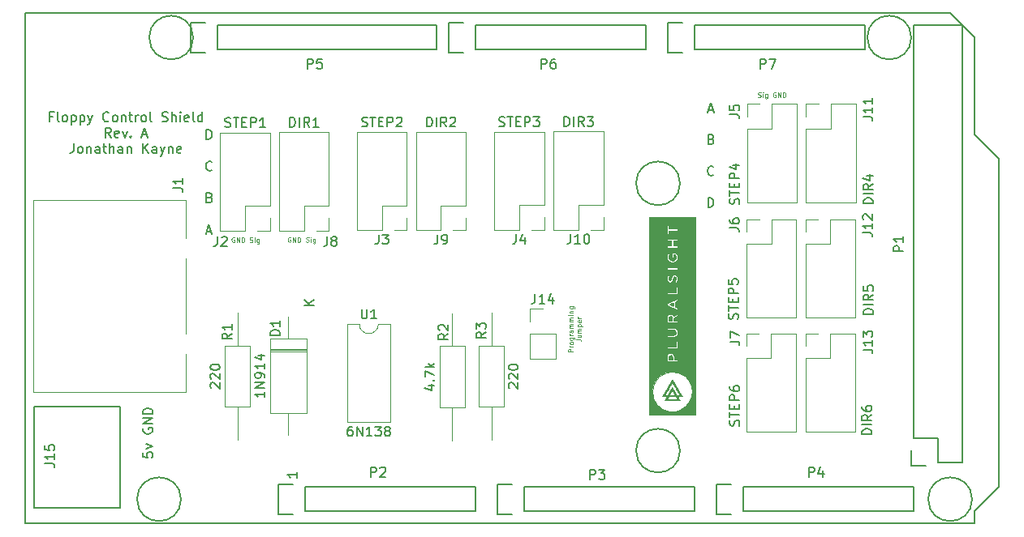
<source format=gbr>
G04 #@! TF.GenerationSoftware,KiCad,Pcbnew,(5.1.0)-1*
G04 #@! TF.CreationDate,2019-04-26T12:12:41-04:00*
G04 #@! TF.ProjectId,Pluralsight_Floppy,506c7572-616c-4736-9967-68745f466c6f,rev?*
G04 #@! TF.SameCoordinates,Original*
G04 #@! TF.FileFunction,Legend,Top*
G04 #@! TF.FilePolarity,Positive*
%FSLAX46Y46*%
G04 Gerber Fmt 4.6, Leading zero omitted, Abs format (unit mm)*
G04 Created by KiCad (PCBNEW (5.1.0)-1) date 2019-04-26 12:12:41*
%MOMM*%
%LPD*%
G04 APERTURE LIST*
%ADD10C,0.150000*%
%ADD11C,0.100000*%
%ADD12C,0.010000*%
%ADD13C,0.120000*%
G04 APERTURE END LIST*
D10*
X106250742Y-79126771D02*
X105917409Y-79126771D01*
X105917409Y-79650580D02*
X105917409Y-78650580D01*
X106393600Y-78650580D01*
X106917409Y-79650580D02*
X106822171Y-79602961D01*
X106774552Y-79507723D01*
X106774552Y-78650580D01*
X107441219Y-79650580D02*
X107345980Y-79602961D01*
X107298361Y-79555342D01*
X107250742Y-79460104D01*
X107250742Y-79174390D01*
X107298361Y-79079152D01*
X107345980Y-79031533D01*
X107441219Y-78983914D01*
X107584076Y-78983914D01*
X107679314Y-79031533D01*
X107726933Y-79079152D01*
X107774552Y-79174390D01*
X107774552Y-79460104D01*
X107726933Y-79555342D01*
X107679314Y-79602961D01*
X107584076Y-79650580D01*
X107441219Y-79650580D01*
X108203123Y-78983914D02*
X108203123Y-79983914D01*
X108203123Y-79031533D02*
X108298361Y-78983914D01*
X108488838Y-78983914D01*
X108584076Y-79031533D01*
X108631695Y-79079152D01*
X108679314Y-79174390D01*
X108679314Y-79460104D01*
X108631695Y-79555342D01*
X108584076Y-79602961D01*
X108488838Y-79650580D01*
X108298361Y-79650580D01*
X108203123Y-79602961D01*
X109107885Y-78983914D02*
X109107885Y-79983914D01*
X109107885Y-79031533D02*
X109203123Y-78983914D01*
X109393600Y-78983914D01*
X109488838Y-79031533D01*
X109536457Y-79079152D01*
X109584076Y-79174390D01*
X109584076Y-79460104D01*
X109536457Y-79555342D01*
X109488838Y-79602961D01*
X109393600Y-79650580D01*
X109203123Y-79650580D01*
X109107885Y-79602961D01*
X109917409Y-78983914D02*
X110155504Y-79650580D01*
X110393600Y-78983914D02*
X110155504Y-79650580D01*
X110060266Y-79888676D01*
X110012647Y-79936295D01*
X109917409Y-79983914D01*
X112107885Y-79555342D02*
X112060266Y-79602961D01*
X111917409Y-79650580D01*
X111822171Y-79650580D01*
X111679314Y-79602961D01*
X111584076Y-79507723D01*
X111536457Y-79412485D01*
X111488838Y-79222009D01*
X111488838Y-79079152D01*
X111536457Y-78888676D01*
X111584076Y-78793438D01*
X111679314Y-78698200D01*
X111822171Y-78650580D01*
X111917409Y-78650580D01*
X112060266Y-78698200D01*
X112107885Y-78745819D01*
X112679314Y-79650580D02*
X112584076Y-79602961D01*
X112536457Y-79555342D01*
X112488838Y-79460104D01*
X112488838Y-79174390D01*
X112536457Y-79079152D01*
X112584076Y-79031533D01*
X112679314Y-78983914D01*
X112822171Y-78983914D01*
X112917409Y-79031533D01*
X112965028Y-79079152D01*
X113012647Y-79174390D01*
X113012647Y-79460104D01*
X112965028Y-79555342D01*
X112917409Y-79602961D01*
X112822171Y-79650580D01*
X112679314Y-79650580D01*
X113441219Y-78983914D02*
X113441219Y-79650580D01*
X113441219Y-79079152D02*
X113488838Y-79031533D01*
X113584076Y-78983914D01*
X113726933Y-78983914D01*
X113822171Y-79031533D01*
X113869790Y-79126771D01*
X113869790Y-79650580D01*
X114203123Y-78983914D02*
X114584076Y-78983914D01*
X114345980Y-78650580D02*
X114345980Y-79507723D01*
X114393600Y-79602961D01*
X114488838Y-79650580D01*
X114584076Y-79650580D01*
X114917409Y-79650580D02*
X114917409Y-78983914D01*
X114917409Y-79174390D02*
X114965028Y-79079152D01*
X115012647Y-79031533D01*
X115107885Y-78983914D01*
X115203123Y-78983914D01*
X115679314Y-79650580D02*
X115584076Y-79602961D01*
X115536457Y-79555342D01*
X115488838Y-79460104D01*
X115488838Y-79174390D01*
X115536457Y-79079152D01*
X115584076Y-79031533D01*
X115679314Y-78983914D01*
X115822171Y-78983914D01*
X115917409Y-79031533D01*
X115965028Y-79079152D01*
X116012647Y-79174390D01*
X116012647Y-79460104D01*
X115965028Y-79555342D01*
X115917409Y-79602961D01*
X115822171Y-79650580D01*
X115679314Y-79650580D01*
X116584076Y-79650580D02*
X116488838Y-79602961D01*
X116441219Y-79507723D01*
X116441219Y-78650580D01*
X117679314Y-79602961D02*
X117822171Y-79650580D01*
X118060266Y-79650580D01*
X118155504Y-79602961D01*
X118203123Y-79555342D01*
X118250742Y-79460104D01*
X118250742Y-79364866D01*
X118203123Y-79269628D01*
X118155504Y-79222009D01*
X118060266Y-79174390D01*
X117869790Y-79126771D01*
X117774552Y-79079152D01*
X117726933Y-79031533D01*
X117679314Y-78936295D01*
X117679314Y-78841057D01*
X117726933Y-78745819D01*
X117774552Y-78698200D01*
X117869790Y-78650580D01*
X118107885Y-78650580D01*
X118250742Y-78698200D01*
X118679314Y-79650580D02*
X118679314Y-78650580D01*
X119107885Y-79650580D02*
X119107885Y-79126771D01*
X119060266Y-79031533D01*
X118965028Y-78983914D01*
X118822171Y-78983914D01*
X118726933Y-79031533D01*
X118679314Y-79079152D01*
X119584076Y-79650580D02*
X119584076Y-78983914D01*
X119584076Y-78650580D02*
X119536457Y-78698200D01*
X119584076Y-78745819D01*
X119631695Y-78698200D01*
X119584076Y-78650580D01*
X119584076Y-78745819D01*
X120441219Y-79602961D02*
X120345980Y-79650580D01*
X120155504Y-79650580D01*
X120060266Y-79602961D01*
X120012647Y-79507723D01*
X120012647Y-79126771D01*
X120060266Y-79031533D01*
X120155504Y-78983914D01*
X120345980Y-78983914D01*
X120441219Y-79031533D01*
X120488838Y-79126771D01*
X120488838Y-79222009D01*
X120012647Y-79317247D01*
X121060266Y-79650580D02*
X120965028Y-79602961D01*
X120917409Y-79507723D01*
X120917409Y-78650580D01*
X121869790Y-79650580D02*
X121869790Y-78650580D01*
X121869790Y-79602961D02*
X121774552Y-79650580D01*
X121584076Y-79650580D01*
X121488838Y-79602961D01*
X121441219Y-79555342D01*
X121393600Y-79460104D01*
X121393600Y-79174390D01*
X121441219Y-79079152D01*
X121488838Y-79031533D01*
X121584076Y-78983914D01*
X121774552Y-78983914D01*
X121869790Y-79031533D01*
X112345980Y-81300580D02*
X112012647Y-80824390D01*
X111774552Y-81300580D02*
X111774552Y-80300580D01*
X112155504Y-80300580D01*
X112250742Y-80348200D01*
X112298361Y-80395819D01*
X112345980Y-80491057D01*
X112345980Y-80633914D01*
X112298361Y-80729152D01*
X112250742Y-80776771D01*
X112155504Y-80824390D01*
X111774552Y-80824390D01*
X113155504Y-81252961D02*
X113060266Y-81300580D01*
X112869790Y-81300580D01*
X112774552Y-81252961D01*
X112726933Y-81157723D01*
X112726933Y-80776771D01*
X112774552Y-80681533D01*
X112869790Y-80633914D01*
X113060266Y-80633914D01*
X113155504Y-80681533D01*
X113203123Y-80776771D01*
X113203123Y-80872009D01*
X112726933Y-80967247D01*
X113536457Y-80633914D02*
X113774552Y-81300580D01*
X114012647Y-80633914D01*
X114393600Y-81205342D02*
X114441219Y-81252961D01*
X114393600Y-81300580D01*
X114345980Y-81252961D01*
X114393600Y-81205342D01*
X114393600Y-81300580D01*
X115584076Y-81014866D02*
X116060266Y-81014866D01*
X115488838Y-81300580D02*
X115822171Y-80300580D01*
X116155504Y-81300580D01*
X108441219Y-81950580D02*
X108441219Y-82664866D01*
X108393600Y-82807723D01*
X108298361Y-82902961D01*
X108155504Y-82950580D01*
X108060266Y-82950580D01*
X109060266Y-82950580D02*
X108965028Y-82902961D01*
X108917409Y-82855342D01*
X108869790Y-82760104D01*
X108869790Y-82474390D01*
X108917409Y-82379152D01*
X108965028Y-82331533D01*
X109060266Y-82283914D01*
X109203123Y-82283914D01*
X109298361Y-82331533D01*
X109345980Y-82379152D01*
X109393600Y-82474390D01*
X109393600Y-82760104D01*
X109345980Y-82855342D01*
X109298361Y-82902961D01*
X109203123Y-82950580D01*
X109060266Y-82950580D01*
X109822171Y-82283914D02*
X109822171Y-82950580D01*
X109822171Y-82379152D02*
X109869790Y-82331533D01*
X109965028Y-82283914D01*
X110107885Y-82283914D01*
X110203123Y-82331533D01*
X110250742Y-82426771D01*
X110250742Y-82950580D01*
X111155504Y-82950580D02*
X111155504Y-82426771D01*
X111107885Y-82331533D01*
X111012647Y-82283914D01*
X110822171Y-82283914D01*
X110726933Y-82331533D01*
X111155504Y-82902961D02*
X111060266Y-82950580D01*
X110822171Y-82950580D01*
X110726933Y-82902961D01*
X110679314Y-82807723D01*
X110679314Y-82712485D01*
X110726933Y-82617247D01*
X110822171Y-82569628D01*
X111060266Y-82569628D01*
X111155504Y-82522009D01*
X111488838Y-82283914D02*
X111869790Y-82283914D01*
X111631695Y-81950580D02*
X111631695Y-82807723D01*
X111679314Y-82902961D01*
X111774552Y-82950580D01*
X111869790Y-82950580D01*
X112203123Y-82950580D02*
X112203123Y-81950580D01*
X112631695Y-82950580D02*
X112631695Y-82426771D01*
X112584076Y-82331533D01*
X112488838Y-82283914D01*
X112345980Y-82283914D01*
X112250742Y-82331533D01*
X112203123Y-82379152D01*
X113536457Y-82950580D02*
X113536457Y-82426771D01*
X113488838Y-82331533D01*
X113393600Y-82283914D01*
X113203123Y-82283914D01*
X113107885Y-82331533D01*
X113536457Y-82902961D02*
X113441219Y-82950580D01*
X113203123Y-82950580D01*
X113107885Y-82902961D01*
X113060266Y-82807723D01*
X113060266Y-82712485D01*
X113107885Y-82617247D01*
X113203123Y-82569628D01*
X113441219Y-82569628D01*
X113536457Y-82522009D01*
X114012647Y-82283914D02*
X114012647Y-82950580D01*
X114012647Y-82379152D02*
X114060266Y-82331533D01*
X114155504Y-82283914D01*
X114298361Y-82283914D01*
X114393600Y-82331533D01*
X114441219Y-82426771D01*
X114441219Y-82950580D01*
X115679314Y-82950580D02*
X115679314Y-81950580D01*
X116250742Y-82950580D02*
X115822171Y-82379152D01*
X116250742Y-81950580D02*
X115679314Y-82522009D01*
X117107885Y-82950580D02*
X117107885Y-82426771D01*
X117060266Y-82331533D01*
X116965028Y-82283914D01*
X116774552Y-82283914D01*
X116679314Y-82331533D01*
X117107885Y-82902961D02*
X117012647Y-82950580D01*
X116774552Y-82950580D01*
X116679314Y-82902961D01*
X116631695Y-82807723D01*
X116631695Y-82712485D01*
X116679314Y-82617247D01*
X116774552Y-82569628D01*
X117012647Y-82569628D01*
X117107885Y-82522009D01*
X117488838Y-82283914D02*
X117726933Y-82950580D01*
X117965028Y-82283914D02*
X117726933Y-82950580D01*
X117631695Y-83188676D01*
X117584076Y-83236295D01*
X117488838Y-83283914D01*
X118345980Y-82283914D02*
X118345980Y-82950580D01*
X118345980Y-82379152D02*
X118393600Y-82331533D01*
X118488838Y-82283914D01*
X118631695Y-82283914D01*
X118726933Y-82331533D01*
X118774552Y-82426771D01*
X118774552Y-82950580D01*
X119631695Y-82902961D02*
X119536457Y-82950580D01*
X119345980Y-82950580D01*
X119250742Y-82902961D01*
X119203123Y-82807723D01*
X119203123Y-82426771D01*
X119250742Y-82331533D01*
X119345980Y-82283914D01*
X119536457Y-82283914D01*
X119631695Y-82331533D01*
X119679314Y-82426771D01*
X119679314Y-82522009D01*
X119203123Y-82617247D01*
X115682780Y-114239419D02*
X115682780Y-114715609D01*
X116158971Y-114763228D01*
X116111352Y-114715609D01*
X116063733Y-114620371D01*
X116063733Y-114382276D01*
X116111352Y-114287038D01*
X116158971Y-114239419D01*
X116254209Y-114191800D01*
X116492304Y-114191800D01*
X116587542Y-114239419D01*
X116635161Y-114287038D01*
X116682780Y-114382276D01*
X116682780Y-114620371D01*
X116635161Y-114715609D01*
X116587542Y-114763228D01*
X116016114Y-113858466D02*
X116682780Y-113620371D01*
X116016114Y-113382276D01*
X115730400Y-111715609D02*
X115682780Y-111810847D01*
X115682780Y-111953704D01*
X115730400Y-112096561D01*
X115825638Y-112191800D01*
X115920876Y-112239419D01*
X116111352Y-112287038D01*
X116254209Y-112287038D01*
X116444685Y-112239419D01*
X116539923Y-112191800D01*
X116635161Y-112096561D01*
X116682780Y-111953704D01*
X116682780Y-111858466D01*
X116635161Y-111715609D01*
X116587542Y-111667990D01*
X116254209Y-111667990D01*
X116254209Y-111858466D01*
X116682780Y-111239419D02*
X115682780Y-111239419D01*
X116682780Y-110667990D01*
X115682780Y-110667990D01*
X116682780Y-110191800D02*
X115682780Y-110191800D01*
X115682780Y-109953704D01*
X115730400Y-109810847D01*
X115825638Y-109715609D01*
X115920876Y-109667990D01*
X116111352Y-109620371D01*
X116254209Y-109620371D01*
X116444685Y-109667990D01*
X116539923Y-109715609D01*
X116635161Y-109810847D01*
X116682780Y-109953704D01*
X116682780Y-110191800D01*
D11*
X160557790Y-103703142D02*
X160057790Y-103703142D01*
X160057790Y-103512666D01*
X160081600Y-103465047D01*
X160105409Y-103441238D01*
X160153028Y-103417428D01*
X160224457Y-103417428D01*
X160272076Y-103441238D01*
X160295885Y-103465047D01*
X160319695Y-103512666D01*
X160319695Y-103703142D01*
X160557790Y-103203142D02*
X160224457Y-103203142D01*
X160319695Y-103203142D02*
X160272076Y-103179333D01*
X160248266Y-103155523D01*
X160224457Y-103107904D01*
X160224457Y-103060285D01*
X160557790Y-102822190D02*
X160533980Y-102869809D01*
X160510171Y-102893619D01*
X160462552Y-102917428D01*
X160319695Y-102917428D01*
X160272076Y-102893619D01*
X160248266Y-102869809D01*
X160224457Y-102822190D01*
X160224457Y-102750761D01*
X160248266Y-102703142D01*
X160272076Y-102679333D01*
X160319695Y-102655523D01*
X160462552Y-102655523D01*
X160510171Y-102679333D01*
X160533980Y-102703142D01*
X160557790Y-102750761D01*
X160557790Y-102822190D01*
X160224457Y-102226952D02*
X160629219Y-102226952D01*
X160676838Y-102250761D01*
X160700647Y-102274571D01*
X160724457Y-102322190D01*
X160724457Y-102393619D01*
X160700647Y-102441238D01*
X160533980Y-102226952D02*
X160557790Y-102274571D01*
X160557790Y-102369809D01*
X160533980Y-102417428D01*
X160510171Y-102441238D01*
X160462552Y-102465047D01*
X160319695Y-102465047D01*
X160272076Y-102441238D01*
X160248266Y-102417428D01*
X160224457Y-102369809D01*
X160224457Y-102274571D01*
X160248266Y-102226952D01*
X160557790Y-101988857D02*
X160224457Y-101988857D01*
X160319695Y-101988857D02*
X160272076Y-101965047D01*
X160248266Y-101941238D01*
X160224457Y-101893619D01*
X160224457Y-101846000D01*
X160557790Y-101465047D02*
X160295885Y-101465047D01*
X160248266Y-101488857D01*
X160224457Y-101536476D01*
X160224457Y-101631714D01*
X160248266Y-101679333D01*
X160533980Y-101465047D02*
X160557790Y-101512666D01*
X160557790Y-101631714D01*
X160533980Y-101679333D01*
X160486361Y-101703142D01*
X160438742Y-101703142D01*
X160391123Y-101679333D01*
X160367314Y-101631714D01*
X160367314Y-101512666D01*
X160343504Y-101465047D01*
X160557790Y-101226952D02*
X160224457Y-101226952D01*
X160272076Y-101226952D02*
X160248266Y-101203142D01*
X160224457Y-101155523D01*
X160224457Y-101084095D01*
X160248266Y-101036476D01*
X160295885Y-101012666D01*
X160557790Y-101012666D01*
X160295885Y-101012666D02*
X160248266Y-100988857D01*
X160224457Y-100941238D01*
X160224457Y-100869809D01*
X160248266Y-100822190D01*
X160295885Y-100798380D01*
X160557790Y-100798380D01*
X160557790Y-100560285D02*
X160224457Y-100560285D01*
X160272076Y-100560285D02*
X160248266Y-100536476D01*
X160224457Y-100488857D01*
X160224457Y-100417428D01*
X160248266Y-100369809D01*
X160295885Y-100346000D01*
X160557790Y-100346000D01*
X160295885Y-100346000D02*
X160248266Y-100322190D01*
X160224457Y-100274571D01*
X160224457Y-100203142D01*
X160248266Y-100155523D01*
X160295885Y-100131714D01*
X160557790Y-100131714D01*
X160557790Y-99893619D02*
X160224457Y-99893619D01*
X160057790Y-99893619D02*
X160081600Y-99917428D01*
X160105409Y-99893619D01*
X160081600Y-99869809D01*
X160057790Y-99893619D01*
X160105409Y-99893619D01*
X160224457Y-99655523D02*
X160557790Y-99655523D01*
X160272076Y-99655523D02*
X160248266Y-99631714D01*
X160224457Y-99584095D01*
X160224457Y-99512666D01*
X160248266Y-99465047D01*
X160295885Y-99441238D01*
X160557790Y-99441238D01*
X160224457Y-98988857D02*
X160629219Y-98988857D01*
X160676838Y-99012666D01*
X160700647Y-99036476D01*
X160724457Y-99084095D01*
X160724457Y-99155523D01*
X160700647Y-99203142D01*
X160533980Y-98988857D02*
X160557790Y-99036476D01*
X160557790Y-99131714D01*
X160533980Y-99179333D01*
X160510171Y-99203142D01*
X160462552Y-99226952D01*
X160319695Y-99226952D01*
X160272076Y-99203142D01*
X160248266Y-99179333D01*
X160224457Y-99131714D01*
X160224457Y-99036476D01*
X160248266Y-98988857D01*
X160907790Y-102429333D02*
X161264933Y-102429333D01*
X161336361Y-102453142D01*
X161383980Y-102500761D01*
X161407790Y-102572190D01*
X161407790Y-102619809D01*
X161074457Y-101976952D02*
X161407790Y-101976952D01*
X161074457Y-102191238D02*
X161336361Y-102191238D01*
X161383980Y-102167428D01*
X161407790Y-102119809D01*
X161407790Y-102048380D01*
X161383980Y-102000761D01*
X161360171Y-101976952D01*
X161407790Y-101738857D02*
X161074457Y-101738857D01*
X161122076Y-101738857D02*
X161098266Y-101715047D01*
X161074457Y-101667428D01*
X161074457Y-101596000D01*
X161098266Y-101548380D01*
X161145885Y-101524571D01*
X161407790Y-101524571D01*
X161145885Y-101524571D02*
X161098266Y-101500761D01*
X161074457Y-101453142D01*
X161074457Y-101381714D01*
X161098266Y-101334095D01*
X161145885Y-101310285D01*
X161407790Y-101310285D01*
X161074457Y-101072190D02*
X161574457Y-101072190D01*
X161098266Y-101072190D02*
X161074457Y-101024571D01*
X161074457Y-100929333D01*
X161098266Y-100881714D01*
X161122076Y-100857904D01*
X161169695Y-100834095D01*
X161312552Y-100834095D01*
X161360171Y-100857904D01*
X161383980Y-100881714D01*
X161407790Y-100929333D01*
X161407790Y-101024571D01*
X161383980Y-101072190D01*
X161383980Y-100429333D02*
X161407790Y-100476952D01*
X161407790Y-100572190D01*
X161383980Y-100619809D01*
X161336361Y-100643619D01*
X161145885Y-100643619D01*
X161098266Y-100619809D01*
X161074457Y-100572190D01*
X161074457Y-100476952D01*
X161098266Y-100429333D01*
X161145885Y-100405523D01*
X161193504Y-100405523D01*
X161241123Y-100643619D01*
X161407790Y-100191238D02*
X161074457Y-100191238D01*
X161169695Y-100191238D02*
X161122076Y-100167428D01*
X161098266Y-100143619D01*
X161074457Y-100096000D01*
X161074457Y-100048380D01*
X179864723Y-77062780D02*
X179936152Y-77086590D01*
X180055200Y-77086590D01*
X180102819Y-77062780D01*
X180126628Y-77038971D01*
X180150438Y-76991352D01*
X180150438Y-76943733D01*
X180126628Y-76896114D01*
X180102819Y-76872304D01*
X180055200Y-76848495D01*
X179959961Y-76824685D01*
X179912342Y-76800876D01*
X179888533Y-76777066D01*
X179864723Y-76729447D01*
X179864723Y-76681828D01*
X179888533Y-76634209D01*
X179912342Y-76610400D01*
X179959961Y-76586590D01*
X180079009Y-76586590D01*
X180150438Y-76610400D01*
X180364723Y-77086590D02*
X180364723Y-76753257D01*
X180364723Y-76586590D02*
X180340914Y-76610400D01*
X180364723Y-76634209D01*
X180388533Y-76610400D01*
X180364723Y-76586590D01*
X180364723Y-76634209D01*
X180817104Y-76753257D02*
X180817104Y-77158019D01*
X180793295Y-77205638D01*
X180769485Y-77229447D01*
X180721866Y-77253257D01*
X180650438Y-77253257D01*
X180602819Y-77229447D01*
X180817104Y-77062780D02*
X180769485Y-77086590D01*
X180674247Y-77086590D01*
X180626628Y-77062780D01*
X180602819Y-77038971D01*
X180579009Y-76991352D01*
X180579009Y-76848495D01*
X180602819Y-76800876D01*
X180626628Y-76777066D01*
X180674247Y-76753257D01*
X180769485Y-76753257D01*
X180817104Y-76777066D01*
X181698057Y-76610400D02*
X181650438Y-76586590D01*
X181579009Y-76586590D01*
X181507580Y-76610400D01*
X181459961Y-76658019D01*
X181436152Y-76705638D01*
X181412342Y-76800876D01*
X181412342Y-76872304D01*
X181436152Y-76967542D01*
X181459961Y-77015161D01*
X181507580Y-77062780D01*
X181579009Y-77086590D01*
X181626628Y-77086590D01*
X181698057Y-77062780D01*
X181721866Y-77038971D01*
X181721866Y-76872304D01*
X181626628Y-76872304D01*
X181936152Y-77086590D02*
X181936152Y-76586590D01*
X182221866Y-77086590D01*
X182221866Y-76586590D01*
X182459961Y-77086590D02*
X182459961Y-76586590D01*
X182579009Y-76586590D01*
X182650438Y-76610400D01*
X182698057Y-76658019D01*
X182721866Y-76705638D01*
X182745676Y-76800876D01*
X182745676Y-76872304D01*
X182721866Y-76967542D01*
X182698057Y-77015161D01*
X182650438Y-77062780D01*
X182579009Y-77086590D01*
X182459961Y-77086590D01*
D10*
X174666304Y-78427066D02*
X175142495Y-78427066D01*
X174571066Y-78712780D02*
X174904400Y-77712780D01*
X175237733Y-78712780D01*
X174975828Y-81488971D02*
X175118685Y-81536590D01*
X175166304Y-81584209D01*
X175213923Y-81679447D01*
X175213923Y-81822304D01*
X175166304Y-81917542D01*
X175118685Y-81965161D01*
X175023447Y-82012780D01*
X174642495Y-82012780D01*
X174642495Y-81012780D01*
X174975828Y-81012780D01*
X175071066Y-81060400D01*
X175118685Y-81108019D01*
X175166304Y-81203257D01*
X175166304Y-81298495D01*
X175118685Y-81393733D01*
X175071066Y-81441352D01*
X174975828Y-81488971D01*
X174642495Y-81488971D01*
X175213923Y-85217542D02*
X175166304Y-85265161D01*
X175023447Y-85312780D01*
X174928209Y-85312780D01*
X174785352Y-85265161D01*
X174690114Y-85169923D01*
X174642495Y-85074685D01*
X174594876Y-84884209D01*
X174594876Y-84741352D01*
X174642495Y-84550876D01*
X174690114Y-84455638D01*
X174785352Y-84360400D01*
X174928209Y-84312780D01*
X175023447Y-84312780D01*
X175166304Y-84360400D01*
X175213923Y-84408019D01*
X174642495Y-88612780D02*
X174642495Y-87612780D01*
X174880590Y-87612780D01*
X175023447Y-87660400D01*
X175118685Y-87755638D01*
X175166304Y-87850876D01*
X175213923Y-88041352D01*
X175213923Y-88184209D01*
X175166304Y-88374685D01*
X175118685Y-88469923D01*
X175023447Y-88565161D01*
X174880590Y-88612780D01*
X174642495Y-88612780D01*
D11*
X131077638Y-91748800D02*
X131030019Y-91724990D01*
X130958590Y-91724990D01*
X130887161Y-91748800D01*
X130839542Y-91796419D01*
X130815733Y-91844038D01*
X130791923Y-91939276D01*
X130791923Y-92010704D01*
X130815733Y-92105942D01*
X130839542Y-92153561D01*
X130887161Y-92201180D01*
X130958590Y-92224990D01*
X131006209Y-92224990D01*
X131077638Y-92201180D01*
X131101447Y-92177371D01*
X131101447Y-92010704D01*
X131006209Y-92010704D01*
X131315733Y-92224990D02*
X131315733Y-91724990D01*
X131601447Y-92224990D01*
X131601447Y-91724990D01*
X131839542Y-92224990D02*
X131839542Y-91724990D01*
X131958590Y-91724990D01*
X132030019Y-91748800D01*
X132077638Y-91796419D01*
X132101447Y-91844038D01*
X132125257Y-91939276D01*
X132125257Y-92010704D01*
X132101447Y-92105942D01*
X132077638Y-92153561D01*
X132030019Y-92201180D01*
X131958590Y-92224990D01*
X131839542Y-92224990D01*
X132696685Y-92201180D02*
X132768114Y-92224990D01*
X132887161Y-92224990D01*
X132934780Y-92201180D01*
X132958590Y-92177371D01*
X132982400Y-92129752D01*
X132982400Y-92082133D01*
X132958590Y-92034514D01*
X132934780Y-92010704D01*
X132887161Y-91986895D01*
X132791923Y-91963085D01*
X132744304Y-91939276D01*
X132720495Y-91915466D01*
X132696685Y-91867847D01*
X132696685Y-91820228D01*
X132720495Y-91772609D01*
X132744304Y-91748800D01*
X132791923Y-91724990D01*
X132910971Y-91724990D01*
X132982400Y-91748800D01*
X133196685Y-92224990D02*
X133196685Y-91891657D01*
X133196685Y-91724990D02*
X133172876Y-91748800D01*
X133196685Y-91772609D01*
X133220495Y-91748800D01*
X133196685Y-91724990D01*
X133196685Y-91772609D01*
X133649066Y-91891657D02*
X133649066Y-92296419D01*
X133625257Y-92344038D01*
X133601447Y-92367847D01*
X133553828Y-92391657D01*
X133482400Y-92391657D01*
X133434780Y-92367847D01*
X133649066Y-92201180D02*
X133601447Y-92224990D01*
X133506209Y-92224990D01*
X133458590Y-92201180D01*
X133434780Y-92177371D01*
X133410971Y-92129752D01*
X133410971Y-91986895D01*
X133434780Y-91939276D01*
X133458590Y-91915466D01*
X133506209Y-91891657D01*
X133601447Y-91891657D01*
X133649066Y-91915466D01*
X125210238Y-91774200D02*
X125162619Y-91750390D01*
X125091190Y-91750390D01*
X125019761Y-91774200D01*
X124972142Y-91821819D01*
X124948333Y-91869438D01*
X124924523Y-91964676D01*
X124924523Y-92036104D01*
X124948333Y-92131342D01*
X124972142Y-92178961D01*
X125019761Y-92226580D01*
X125091190Y-92250390D01*
X125138809Y-92250390D01*
X125210238Y-92226580D01*
X125234047Y-92202771D01*
X125234047Y-92036104D01*
X125138809Y-92036104D01*
X125448333Y-92250390D02*
X125448333Y-91750390D01*
X125734047Y-92250390D01*
X125734047Y-91750390D01*
X125972142Y-92250390D02*
X125972142Y-91750390D01*
X126091190Y-91750390D01*
X126162619Y-91774200D01*
X126210238Y-91821819D01*
X126234047Y-91869438D01*
X126257857Y-91964676D01*
X126257857Y-92036104D01*
X126234047Y-92131342D01*
X126210238Y-92178961D01*
X126162619Y-92226580D01*
X126091190Y-92250390D01*
X125972142Y-92250390D01*
X126829285Y-92226580D02*
X126900714Y-92250390D01*
X127019761Y-92250390D01*
X127067380Y-92226580D01*
X127091190Y-92202771D01*
X127115000Y-92155152D01*
X127115000Y-92107533D01*
X127091190Y-92059914D01*
X127067380Y-92036104D01*
X127019761Y-92012295D01*
X126924523Y-91988485D01*
X126876904Y-91964676D01*
X126853095Y-91940866D01*
X126829285Y-91893247D01*
X126829285Y-91845628D01*
X126853095Y-91798009D01*
X126876904Y-91774200D01*
X126924523Y-91750390D01*
X127043571Y-91750390D01*
X127115000Y-91774200D01*
X127329285Y-92250390D02*
X127329285Y-91917057D01*
X127329285Y-91750390D02*
X127305476Y-91774200D01*
X127329285Y-91798009D01*
X127353095Y-91774200D01*
X127329285Y-91750390D01*
X127329285Y-91798009D01*
X127781666Y-91917057D02*
X127781666Y-92321819D01*
X127757857Y-92369438D01*
X127734047Y-92393247D01*
X127686428Y-92417057D01*
X127615000Y-92417057D01*
X127567380Y-92393247D01*
X127781666Y-92226580D02*
X127734047Y-92250390D01*
X127638809Y-92250390D01*
X127591190Y-92226580D01*
X127567380Y-92202771D01*
X127543571Y-92155152D01*
X127543571Y-92012295D01*
X127567380Y-91964676D01*
X127591190Y-91940866D01*
X127638809Y-91917057D01*
X127734047Y-91917057D01*
X127781666Y-91940866D01*
D10*
X122293095Y-81506780D02*
X122293095Y-80506780D01*
X122531190Y-80506780D01*
X122674047Y-80554400D01*
X122769285Y-80649638D01*
X122816904Y-80744876D01*
X122864523Y-80935352D01*
X122864523Y-81078209D01*
X122816904Y-81268685D01*
X122769285Y-81363923D01*
X122674047Y-81459161D01*
X122531190Y-81506780D01*
X122293095Y-81506780D01*
X122864523Y-84711542D02*
X122816904Y-84759161D01*
X122674047Y-84806780D01*
X122578809Y-84806780D01*
X122435952Y-84759161D01*
X122340714Y-84663923D01*
X122293095Y-84568685D01*
X122245476Y-84378209D01*
X122245476Y-84235352D01*
X122293095Y-84044876D01*
X122340714Y-83949638D01*
X122435952Y-83854400D01*
X122578809Y-83806780D01*
X122674047Y-83806780D01*
X122816904Y-83854400D01*
X122864523Y-83902019D01*
X122626428Y-87582971D02*
X122769285Y-87630590D01*
X122816904Y-87678209D01*
X122864523Y-87773447D01*
X122864523Y-87916304D01*
X122816904Y-88011542D01*
X122769285Y-88059161D01*
X122674047Y-88106780D01*
X122293095Y-88106780D01*
X122293095Y-87106780D01*
X122626428Y-87106780D01*
X122721666Y-87154400D01*
X122769285Y-87202019D01*
X122816904Y-87297257D01*
X122816904Y-87392495D01*
X122769285Y-87487733D01*
X122721666Y-87535352D01*
X122626428Y-87582971D01*
X122293095Y-87582971D01*
X122316904Y-91121066D02*
X122793095Y-91121066D01*
X122221666Y-91406780D02*
X122555000Y-90406780D01*
X122888333Y-91406780D01*
X131770380Y-116300285D02*
X131770380Y-116871714D01*
X131770380Y-116586000D02*
X130770380Y-116586000D01*
X130913238Y-116681238D01*
X131008476Y-116776476D01*
X131056095Y-116871714D01*
X202438000Y-121666000D02*
X103378000Y-121666000D01*
X202438000Y-120396000D02*
X202438000Y-121666000D01*
X204978000Y-117856000D02*
X202438000Y-120396000D01*
X204978000Y-83566000D02*
X204978000Y-117856000D01*
X202438000Y-81026000D02*
X204978000Y-83566000D01*
X202438000Y-70866000D02*
X202438000Y-81026000D01*
X199898000Y-68326000D02*
X202438000Y-70866000D01*
X103378000Y-68326000D02*
X199898000Y-68326000D01*
X103378000Y-121666000D02*
X103378000Y-68326000D01*
D12*
G36*
X170613438Y-98739367D02*
G01*
X170661039Y-98716199D01*
X170728542Y-98685719D01*
X170806266Y-98652184D01*
X170884530Y-98619852D01*
X170953653Y-98592980D01*
X170959992Y-98590647D01*
X170978230Y-98587940D01*
X170989290Y-98601262D01*
X170994924Y-98638196D01*
X170996883Y-98706324D01*
X170997034Y-98750966D01*
X170996190Y-98836262D01*
X170992490Y-98886821D01*
X170984182Y-98910227D01*
X170969515Y-98914063D01*
X170959992Y-98911286D01*
X170892391Y-98885235D01*
X170814633Y-98853276D01*
X170736397Y-98819668D01*
X170667364Y-98788667D01*
X170617217Y-98764530D01*
X170595634Y-98751515D01*
X170595419Y-98750966D01*
X170613438Y-98739367D01*
X170613438Y-98739367D01*
G37*
X170613438Y-98739367D02*
X170661039Y-98716199D01*
X170728542Y-98685719D01*
X170806266Y-98652184D01*
X170884530Y-98619852D01*
X170953653Y-98592980D01*
X170959992Y-98590647D01*
X170978230Y-98587940D01*
X170989290Y-98601262D01*
X170994924Y-98638196D01*
X170996883Y-98706324D01*
X170997034Y-98750966D01*
X170996190Y-98836262D01*
X170992490Y-98886821D01*
X170984182Y-98910227D01*
X170969515Y-98914063D01*
X170959992Y-98911286D01*
X170892391Y-98885235D01*
X170814633Y-98853276D01*
X170736397Y-98819668D01*
X170667364Y-98788667D01*
X170617217Y-98764530D01*
X170595634Y-98751515D01*
X170595419Y-98750966D01*
X170613438Y-98739367D01*
G36*
X170532229Y-100167851D02*
G01*
X170536202Y-100104421D01*
X170545371Y-100062950D01*
X170561816Y-100033256D01*
X170583321Y-100009421D01*
X170652959Y-99965873D01*
X170730175Y-99961865D01*
X170807350Y-99997424D01*
X170821228Y-100008526D01*
X170848956Y-100034928D01*
X170866841Y-100063184D01*
X170877523Y-100103347D01*
X170883645Y-100165471D01*
X170887846Y-100259610D01*
X170887952Y-100262526D01*
X170895287Y-100465466D01*
X170531367Y-100465466D01*
X170531367Y-100263421D01*
X170532229Y-100167851D01*
X170532229Y-100167851D01*
G37*
X170532229Y-100167851D02*
X170536202Y-100104421D01*
X170545371Y-100062950D01*
X170561816Y-100033256D01*
X170583321Y-100009421D01*
X170652959Y-99965873D01*
X170730175Y-99961865D01*
X170807350Y-99997424D01*
X170821228Y-100008526D01*
X170848956Y-100034928D01*
X170866841Y-100063184D01*
X170877523Y-100103347D01*
X170883645Y-100165471D01*
X170887846Y-100259610D01*
X170887952Y-100262526D01*
X170895287Y-100465466D01*
X170531367Y-100465466D01*
X170531367Y-100263421D01*
X170532229Y-100167851D01*
G36*
X170532435Y-104271958D02*
G01*
X170537778Y-104215659D01*
X170550603Y-104177537D01*
X170574119Y-104145520D01*
X170593239Y-104125672D01*
X170667755Y-104075274D01*
X170747288Y-104065522D01*
X170807706Y-104085594D01*
X170863428Y-104139125D01*
X170898188Y-104228995D01*
X170912075Y-104355457D01*
X170912367Y-104380249D01*
X170912367Y-104529466D01*
X170531367Y-104529466D01*
X170531367Y-104358505D01*
X170532435Y-104271958D01*
X170532435Y-104271958D01*
G37*
X170532435Y-104271958D02*
X170537778Y-104215659D01*
X170550603Y-104177537D01*
X170574119Y-104145520D01*
X170593239Y-104125672D01*
X170667755Y-104075274D01*
X170747288Y-104065522D01*
X170807706Y-104085594D01*
X170863428Y-104139125D01*
X170898188Y-104228995D01*
X170912075Y-104355457D01*
X170912367Y-104380249D01*
X170912367Y-104529466D01*
X170531367Y-104529466D01*
X170531367Y-104358505D01*
X170532435Y-104271958D01*
G36*
X169885427Y-108353219D02*
G01*
X169914427Y-108301276D01*
X169959680Y-108221468D01*
X170018665Y-108118158D01*
X170088861Y-107995706D01*
X170167746Y-107858475D01*
X170252802Y-107710826D01*
X170341506Y-107557120D01*
X170431337Y-107401720D01*
X170519776Y-107248987D01*
X170604301Y-107103282D01*
X170682392Y-106968968D01*
X170751527Y-106850406D01*
X170809186Y-106751957D01*
X170852848Y-106677983D01*
X170879992Y-106632847D01*
X170887973Y-106620565D01*
X170901140Y-106635118D01*
X170933085Y-106682795D01*
X170981600Y-106759953D01*
X171044476Y-106862951D01*
X171119507Y-106988146D01*
X171204483Y-107131896D01*
X171297197Y-107290559D01*
X171362741Y-107403732D01*
X171461592Y-107574947D01*
X171555659Y-107737742D01*
X171642451Y-107887816D01*
X171719478Y-108020868D01*
X171784248Y-108132596D01*
X171834271Y-108218699D01*
X171867056Y-108274878D01*
X171877064Y-108291841D01*
X171930766Y-108381800D01*
X171708566Y-108381800D01*
X171616026Y-108383249D01*
X171540341Y-108387164D01*
X171490786Y-108392899D01*
X171476367Y-108397978D01*
X171482341Y-108421774D01*
X171506348Y-108473343D01*
X171544269Y-108544380D01*
X171578722Y-108604353D01*
X171691075Y-108794550D01*
X171030382Y-108799227D01*
X171030382Y-108678186D01*
X171152215Y-108677505D01*
X171259853Y-108675828D01*
X171346231Y-108673112D01*
X171404285Y-108669317D01*
X171426681Y-108664763D01*
X171424091Y-108640931D01*
X171404116Y-108593334D01*
X171372808Y-108533460D01*
X171336222Y-108472795D01*
X171300411Y-108422828D01*
X171297088Y-108418841D01*
X171281466Y-108405415D01*
X171256689Y-108395642D01*
X171216562Y-108388961D01*
X171154893Y-108384809D01*
X171065486Y-108382624D01*
X170972918Y-108382040D01*
X170972918Y-108255050D01*
X171058948Y-108253573D01*
X171127162Y-108249811D01*
X171167540Y-108243625D01*
X171173422Y-108240689D01*
X171181427Y-108231049D01*
X171183199Y-108218200D01*
X171175815Y-108195808D01*
X171156349Y-108157541D01*
X171121878Y-108097066D01*
X171069476Y-108008050D01*
X171053566Y-107981161D01*
X171001101Y-107895075D01*
X170954510Y-107823350D01*
X170918823Y-107773419D01*
X170899070Y-107752716D01*
X170898956Y-107752677D01*
X170879994Y-107766891D01*
X170847128Y-107810639D01*
X170805150Y-107875476D01*
X170758856Y-107952955D01*
X170713040Y-108034632D01*
X170672496Y-108112060D01*
X170642019Y-108176794D01*
X170626402Y-108220389D01*
X170626258Y-108233053D01*
X170651056Y-108240904D01*
X170708141Y-108247169D01*
X170787494Y-108251708D01*
X170879093Y-108254382D01*
X170972918Y-108255050D01*
X170972918Y-108382040D01*
X170942148Y-108381845D01*
X170888934Y-108381800D01*
X170512228Y-108381800D01*
X170436864Y-108510389D01*
X170401149Y-108576638D01*
X170378398Y-108629421D01*
X170373253Y-108657870D01*
X170373599Y-108658556D01*
X170396963Y-108663683D01*
X170455591Y-108668105D01*
X170542415Y-108671780D01*
X170650372Y-108674668D01*
X170772396Y-108676726D01*
X170901421Y-108677913D01*
X171030382Y-108678186D01*
X171030382Y-108799227D01*
X170906871Y-108800102D01*
X170728971Y-108801142D01*
X170564769Y-108801678D01*
X170418987Y-108801727D01*
X170296346Y-108801306D01*
X170201569Y-108800433D01*
X170139377Y-108799123D01*
X170114493Y-108797394D01*
X170114281Y-108797270D01*
X170120796Y-108776759D01*
X170145061Y-108728156D01*
X170182859Y-108659558D01*
X170213827Y-108606153D01*
X170258119Y-108527173D01*
X170290893Y-108460924D01*
X170308071Y-108416142D01*
X170308897Y-108402611D01*
X170283525Y-108393797D01*
X170225562Y-108386833D01*
X170224571Y-108386782D01*
X170224571Y-108254184D01*
X170292184Y-108254011D01*
X170357560Y-108248248D01*
X170406025Y-108237303D01*
X170420947Y-108228341D01*
X170437878Y-108202595D01*
X170472427Y-108146192D01*
X170521009Y-108065120D01*
X170580043Y-107965365D01*
X170645945Y-107852916D01*
X170658448Y-107831466D01*
X170724642Y-107718252D01*
X170784048Y-107617480D01*
X170833232Y-107534908D01*
X170868758Y-107476294D01*
X170887193Y-107447398D01*
X170888530Y-107445688D01*
X170902717Y-107458668D01*
X170934525Y-107503529D01*
X170980780Y-107575279D01*
X171038309Y-107668925D01*
X171103936Y-107779474D01*
X171137495Y-107837271D01*
X171372115Y-108244216D01*
X171494412Y-108250652D01*
X171584906Y-108253306D01*
X171638624Y-108247873D01*
X171660772Y-108231717D01*
X171656555Y-108202204D01*
X171642719Y-108175592D01*
X171623927Y-108143343D01*
X171586752Y-108079369D01*
X171534039Y-107988571D01*
X171468632Y-107875850D01*
X171393376Y-107746108D01*
X171311114Y-107604246D01*
X171265715Y-107525937D01*
X171181880Y-107382319D01*
X171104011Y-107250828D01*
X171034806Y-107135872D01*
X170976964Y-107041862D01*
X170933184Y-106973206D01*
X170906164Y-106934313D01*
X170899220Y-106927125D01*
X170880153Y-106941469D01*
X170845839Y-106986098D01*
X170801164Y-107054055D01*
X170751568Y-107137404D01*
X170703337Y-107221887D01*
X170639136Y-107333913D01*
X170564194Y-107464383D01*
X170483742Y-107604195D01*
X170403006Y-107744249D01*
X170378714Y-107786333D01*
X170308976Y-107908685D01*
X170247756Y-108019132D01*
X170197859Y-108112357D01*
X170162091Y-108183044D01*
X170143258Y-108225878D01*
X170141323Y-108236125D01*
X170169393Y-108248358D01*
X170224571Y-108254184D01*
X170224571Y-108386782D01*
X170144739Y-108382626D01*
X170085618Y-108381800D01*
X169997048Y-108380971D01*
X169926873Y-108378738D01*
X169884079Y-108375479D01*
X169875200Y-108372935D01*
X169885427Y-108353219D01*
X169885427Y-108353219D01*
G37*
X169885427Y-108353219D02*
X169914427Y-108301276D01*
X169959680Y-108221468D01*
X170018665Y-108118158D01*
X170088861Y-107995706D01*
X170167746Y-107858475D01*
X170252802Y-107710826D01*
X170341506Y-107557120D01*
X170431337Y-107401720D01*
X170519776Y-107248987D01*
X170604301Y-107103282D01*
X170682392Y-106968968D01*
X170751527Y-106850406D01*
X170809186Y-106751957D01*
X170852848Y-106677983D01*
X170879992Y-106632847D01*
X170887973Y-106620565D01*
X170901140Y-106635118D01*
X170933085Y-106682795D01*
X170981600Y-106759953D01*
X171044476Y-106862951D01*
X171119507Y-106988146D01*
X171204483Y-107131896D01*
X171297197Y-107290559D01*
X171362741Y-107403732D01*
X171461592Y-107574947D01*
X171555659Y-107737742D01*
X171642451Y-107887816D01*
X171719478Y-108020868D01*
X171784248Y-108132596D01*
X171834271Y-108218699D01*
X171867056Y-108274878D01*
X171877064Y-108291841D01*
X171930766Y-108381800D01*
X171708566Y-108381800D01*
X171616026Y-108383249D01*
X171540341Y-108387164D01*
X171490786Y-108392899D01*
X171476367Y-108397978D01*
X171482341Y-108421774D01*
X171506348Y-108473343D01*
X171544269Y-108544380D01*
X171578722Y-108604353D01*
X171691075Y-108794550D01*
X171030382Y-108799227D01*
X171030382Y-108678186D01*
X171152215Y-108677505D01*
X171259853Y-108675828D01*
X171346231Y-108673112D01*
X171404285Y-108669317D01*
X171426681Y-108664763D01*
X171424091Y-108640931D01*
X171404116Y-108593334D01*
X171372808Y-108533460D01*
X171336222Y-108472795D01*
X171300411Y-108422828D01*
X171297088Y-108418841D01*
X171281466Y-108405415D01*
X171256689Y-108395642D01*
X171216562Y-108388961D01*
X171154893Y-108384809D01*
X171065486Y-108382624D01*
X170972918Y-108382040D01*
X170972918Y-108255050D01*
X171058948Y-108253573D01*
X171127162Y-108249811D01*
X171167540Y-108243625D01*
X171173422Y-108240689D01*
X171181427Y-108231049D01*
X171183199Y-108218200D01*
X171175815Y-108195808D01*
X171156349Y-108157541D01*
X171121878Y-108097066D01*
X171069476Y-108008050D01*
X171053566Y-107981161D01*
X171001101Y-107895075D01*
X170954510Y-107823350D01*
X170918823Y-107773419D01*
X170899070Y-107752716D01*
X170898956Y-107752677D01*
X170879994Y-107766891D01*
X170847128Y-107810639D01*
X170805150Y-107875476D01*
X170758856Y-107952955D01*
X170713040Y-108034632D01*
X170672496Y-108112060D01*
X170642019Y-108176794D01*
X170626402Y-108220389D01*
X170626258Y-108233053D01*
X170651056Y-108240904D01*
X170708141Y-108247169D01*
X170787494Y-108251708D01*
X170879093Y-108254382D01*
X170972918Y-108255050D01*
X170972918Y-108382040D01*
X170942148Y-108381845D01*
X170888934Y-108381800D01*
X170512228Y-108381800D01*
X170436864Y-108510389D01*
X170401149Y-108576638D01*
X170378398Y-108629421D01*
X170373253Y-108657870D01*
X170373599Y-108658556D01*
X170396963Y-108663683D01*
X170455591Y-108668105D01*
X170542415Y-108671780D01*
X170650372Y-108674668D01*
X170772396Y-108676726D01*
X170901421Y-108677913D01*
X171030382Y-108678186D01*
X171030382Y-108799227D01*
X170906871Y-108800102D01*
X170728971Y-108801142D01*
X170564769Y-108801678D01*
X170418987Y-108801727D01*
X170296346Y-108801306D01*
X170201569Y-108800433D01*
X170139377Y-108799123D01*
X170114493Y-108797394D01*
X170114281Y-108797270D01*
X170120796Y-108776759D01*
X170145061Y-108728156D01*
X170182859Y-108659558D01*
X170213827Y-108606153D01*
X170258119Y-108527173D01*
X170290893Y-108460924D01*
X170308071Y-108416142D01*
X170308897Y-108402611D01*
X170283525Y-108393797D01*
X170225562Y-108386833D01*
X170224571Y-108386782D01*
X170224571Y-108254184D01*
X170292184Y-108254011D01*
X170357560Y-108248248D01*
X170406025Y-108237303D01*
X170420947Y-108228341D01*
X170437878Y-108202595D01*
X170472427Y-108146192D01*
X170521009Y-108065120D01*
X170580043Y-107965365D01*
X170645945Y-107852916D01*
X170658448Y-107831466D01*
X170724642Y-107718252D01*
X170784048Y-107617480D01*
X170833232Y-107534908D01*
X170868758Y-107476294D01*
X170887193Y-107447398D01*
X170888530Y-107445688D01*
X170902717Y-107458668D01*
X170934525Y-107503529D01*
X170980780Y-107575279D01*
X171038309Y-107668925D01*
X171103936Y-107779474D01*
X171137495Y-107837271D01*
X171372115Y-108244216D01*
X171494412Y-108250652D01*
X171584906Y-108253306D01*
X171638624Y-108247873D01*
X171660772Y-108231717D01*
X171656555Y-108202204D01*
X171642719Y-108175592D01*
X171623927Y-108143343D01*
X171586752Y-108079369D01*
X171534039Y-107988571D01*
X171468632Y-107875850D01*
X171393376Y-107746108D01*
X171311114Y-107604246D01*
X171265715Y-107525937D01*
X171181880Y-107382319D01*
X171104011Y-107250828D01*
X171034806Y-107135872D01*
X170976964Y-107041862D01*
X170933184Y-106973206D01*
X170906164Y-106934313D01*
X170899220Y-106927125D01*
X170880153Y-106941469D01*
X170845839Y-106986098D01*
X170801164Y-107054055D01*
X170751568Y-107137404D01*
X170703337Y-107221887D01*
X170639136Y-107333913D01*
X170564194Y-107464383D01*
X170483742Y-107604195D01*
X170403006Y-107744249D01*
X170378714Y-107786333D01*
X170308976Y-107908685D01*
X170247756Y-108019132D01*
X170197859Y-108112357D01*
X170162091Y-108183044D01*
X170143258Y-108225878D01*
X170141323Y-108236125D01*
X170169393Y-108248358D01*
X170224571Y-108254184D01*
X170224571Y-108386782D01*
X170144739Y-108382626D01*
X170085618Y-108381800D01*
X169997048Y-108380971D01*
X169926873Y-108378738D01*
X169884079Y-108375479D01*
X169875200Y-108372935D01*
X169885427Y-108353219D01*
G36*
X173283034Y-89670466D02*
G01*
X173283034Y-110307966D01*
X170887732Y-110307966D01*
X170887732Y-109937129D01*
X171170992Y-109918973D01*
X171446869Y-109862680D01*
X171711771Y-109769605D01*
X171962109Y-109641101D01*
X172194291Y-109478521D01*
X172404729Y-109283221D01*
X172589830Y-109056553D01*
X172645147Y-108974466D01*
X172738488Y-108804977D01*
X172818939Y-108612126D01*
X172883517Y-108407009D01*
X172929240Y-108200726D01*
X172953124Y-108004374D01*
X172952398Y-107831466D01*
X172947165Y-107770046D01*
X172940155Y-107686886D01*
X172934462Y-107618854D01*
X172906830Y-107439267D01*
X172854884Y-107245503D01*
X172783289Y-107054244D01*
X172765244Y-107013901D01*
X172626150Y-106761225D01*
X172456627Y-106535266D01*
X172260290Y-106337575D01*
X172040752Y-106169701D01*
X171801625Y-106033195D01*
X171546523Y-105929608D01*
X171462700Y-105907947D01*
X171462700Y-104719966D01*
X171462700Y-104529466D01*
X171102867Y-104529466D01*
X171102867Y-104385142D01*
X171097931Y-104290820D01*
X171085153Y-104195398D01*
X171071697Y-104135856D01*
X171020569Y-104026263D01*
X170945067Y-103943791D01*
X170852492Y-103889107D01*
X170750149Y-103862878D01*
X170645338Y-103865772D01*
X170545363Y-103898457D01*
X170457526Y-103961600D01*
X170389130Y-104055868D01*
X170381006Y-104072719D01*
X170363937Y-104118577D01*
X170352405Y-104173350D01*
X170345440Y-104245996D01*
X170342073Y-104345475D01*
X170341332Y-104439508D01*
X170340867Y-104719966D01*
X170340867Y-103386466D01*
X170887672Y-103386466D01*
X171035746Y-103385941D01*
X171169688Y-103384462D01*
X171283730Y-103382175D01*
X171372102Y-103379224D01*
X171429037Y-103375756D01*
X171448589Y-103372355D01*
X171453134Y-103347599D01*
X171457071Y-103287560D01*
X171460145Y-103199286D01*
X171462103Y-103089826D01*
X171462700Y-102980772D01*
X171462700Y-102603300D01*
X171272200Y-102603300D01*
X171272200Y-103174800D01*
X170340867Y-103174800D01*
X170340867Y-102158800D01*
X170737742Y-102158335D01*
X170882683Y-102157621D01*
X170992206Y-102155492D01*
X171073217Y-102151390D01*
X171132623Y-102144755D01*
X171177331Y-102135027D01*
X171214246Y-102121648D01*
X171219465Y-102119324D01*
X171310030Y-102062016D01*
X171386398Y-101983770D01*
X171438164Y-101896728D01*
X171452806Y-101847044D01*
X171463376Y-101789587D01*
X171472337Y-101750082D01*
X171473588Y-101746050D01*
X171477247Y-101698292D01*
X171468752Y-101626065D01*
X171450966Y-101544481D01*
X171426750Y-101468652D01*
X171416497Y-101444573D01*
X171374273Y-101371469D01*
X171320695Y-101314185D01*
X171250695Y-101271042D01*
X171159206Y-101240362D01*
X171041160Y-101220465D01*
X170891489Y-101209672D01*
X170885851Y-101209571D01*
X170885851Y-100677133D01*
X171034178Y-100676610D01*
X171168380Y-100675136D01*
X171282699Y-100672855D01*
X171371376Y-100669913D01*
X171428653Y-100666453D01*
X171448589Y-100663022D01*
X171457265Y-100634832D01*
X171462239Y-100580868D01*
X171462700Y-100557189D01*
X171462700Y-100465466D01*
X171058421Y-100465466D01*
X171071117Y-100223254D01*
X171266909Y-100086263D01*
X171462700Y-99949271D01*
X171462700Y-99836952D01*
X171460651Y-99774472D01*
X171455383Y-99733693D01*
X171450658Y-99724633D01*
X171446825Y-99726718D01*
X171446825Y-99322416D01*
X171456258Y-99303509D01*
X171461945Y-99255573D01*
X171462700Y-99226331D01*
X171462700Y-99130196D01*
X171325117Y-99068466D01*
X171187534Y-99006737D01*
X171188002Y-98486383D01*
X171320059Y-98433315D01*
X171452117Y-98380247D01*
X171458568Y-98279857D01*
X171458242Y-98214304D01*
X171447661Y-98181860D01*
X171441855Y-98179466D01*
X171417710Y-98187567D01*
X171361048Y-98210086D01*
X171278080Y-98244350D01*
X171175019Y-98287685D01*
X171058076Y-98337418D01*
X170933463Y-98390875D01*
X170807392Y-98445382D01*
X170686076Y-98498265D01*
X170575725Y-98546852D01*
X170482552Y-98588468D01*
X170412770Y-98620439D01*
X170376747Y-98637898D01*
X170340867Y-98661763D01*
X170340867Y-97692633D01*
X171463655Y-97692633D01*
X171457886Y-97306341D01*
X171452117Y-96920050D01*
X171362159Y-96913541D01*
X171282784Y-96907798D01*
X171282784Y-96505988D01*
X171340548Y-96439183D01*
X171402422Y-96348993D01*
X171440074Y-96245205D01*
X171456234Y-96118147D01*
X171456764Y-96027295D01*
X171451763Y-95930930D01*
X171441311Y-95865007D01*
X171422930Y-95817738D01*
X171407837Y-95794461D01*
X171319898Y-95704588D01*
X171220052Y-95653745D01*
X171111877Y-95643059D01*
X171009703Y-95668981D01*
X170956363Y-95697881D01*
X170913954Y-95739281D01*
X170877530Y-95801009D01*
X170842142Y-95890895D01*
X170814318Y-95978133D01*
X170778135Y-96091480D01*
X170747260Y-96169576D01*
X170717803Y-96218490D01*
X170685871Y-96244294D01*
X170647572Y-96253056D01*
X170637912Y-96253300D01*
X170576676Y-96235290D01*
X170534214Y-96186567D01*
X170512083Y-96115093D01*
X170511838Y-96028828D01*
X170535038Y-95935734D01*
X170563867Y-95874559D01*
X170593023Y-95821108D01*
X170609645Y-95785769D01*
X170611237Y-95777956D01*
X170592259Y-95764083D01*
X170552978Y-95734574D01*
X170544387Y-95728072D01*
X170499307Y-95697361D01*
X170468058Y-95682154D01*
X170465369Y-95681800D01*
X170442118Y-95700469D01*
X170412763Y-95749246D01*
X170381927Y-95817288D01*
X170354233Y-95893751D01*
X170340867Y-95943403D01*
X170340867Y-95131466D01*
X170887672Y-95131466D01*
X171035746Y-95130941D01*
X171169688Y-95129462D01*
X171283730Y-95127175D01*
X171372102Y-95124224D01*
X171429037Y-95120756D01*
X171448589Y-95117355D01*
X171457265Y-95089165D01*
X171462239Y-95035202D01*
X171462700Y-95011522D01*
X171462700Y-94919800D01*
X170901784Y-94919800D01*
X170901784Y-94390633D01*
X171057007Y-94372275D01*
X171191559Y-94320307D01*
X171302863Y-94239387D01*
X171388347Y-94134177D01*
X171445436Y-94009334D01*
X171471556Y-93869519D01*
X171464133Y-93719391D01*
X171420592Y-93563609D01*
X171392921Y-93501633D01*
X171324676Y-93364050D01*
X171076188Y-93358086D01*
X170827700Y-93352123D01*
X170827700Y-93840300D01*
X170997034Y-93840300D01*
X170997034Y-93543966D01*
X171102323Y-93543966D01*
X171167427Y-93546664D01*
X171205029Y-93559145D01*
X171229839Y-93587990D01*
X171239301Y-93605245D01*
X171280200Y-93723503D01*
X171285873Y-93844029D01*
X171257503Y-93957177D01*
X171196271Y-94053304D01*
X171182651Y-94067286D01*
X171097366Y-94133606D01*
X171005048Y-94168837D01*
X170893151Y-94178966D01*
X170768845Y-94160530D01*
X170664656Y-94109513D01*
X170584284Y-94032356D01*
X170531429Y-93935498D01*
X170509789Y-93825380D01*
X170523066Y-93708441D01*
X170564993Y-93607743D01*
X170619277Y-93512769D01*
X170553821Y-93454284D01*
X170508989Y-93417683D01*
X170476514Y-93397304D01*
X170470897Y-93395800D01*
X170452214Y-93412915D01*
X170421741Y-93457255D01*
X170394094Y-93504817D01*
X170341645Y-93642021D01*
X170340867Y-93647834D01*
X170340867Y-92824300D01*
X170887672Y-92824300D01*
X171035812Y-92823737D01*
X171169880Y-92822154D01*
X171284095Y-92819704D01*
X171372673Y-92816544D01*
X171429833Y-92812829D01*
X171449585Y-92809193D01*
X171457717Y-92780221D01*
X171459378Y-92726654D01*
X171458404Y-92708651D01*
X171452117Y-92623216D01*
X171224575Y-92617209D01*
X170997034Y-92611201D01*
X170997034Y-92106065D01*
X171224575Y-92100058D01*
X171452117Y-92094050D01*
X171458568Y-91993508D01*
X171465020Y-91892966D01*
X170340867Y-91892966D01*
X170340867Y-91406133D01*
X170531367Y-91406133D01*
X170531367Y-91067466D01*
X170982922Y-91067466D01*
X171117104Y-91066833D01*
X171236752Y-91065061D01*
X171335472Y-91062344D01*
X171406871Y-91058876D01*
X171444556Y-91054851D01*
X171448589Y-91053355D01*
X171457265Y-91025165D01*
X171462239Y-90971202D01*
X171462700Y-90947522D01*
X171462700Y-90855800D01*
X170531367Y-90855800D01*
X170531367Y-90495966D01*
X170340867Y-90495966D01*
X170340867Y-91406133D01*
X170340867Y-91892966D01*
X170340867Y-92104633D01*
X170806534Y-92104633D01*
X170806534Y-92612633D01*
X170340867Y-92612633D01*
X170340867Y-92824300D01*
X170340867Y-93647834D01*
X170321351Y-93793678D01*
X170334416Y-93945359D01*
X170351857Y-94010858D01*
X170416088Y-94140031D01*
X170512225Y-94247149D01*
X170633604Y-94327613D01*
X170773563Y-94376820D01*
X170901784Y-94390633D01*
X170901784Y-94919800D01*
X170340867Y-94919800D01*
X170340867Y-95131466D01*
X170340867Y-95943403D01*
X170334302Y-95967792D01*
X170328365Y-96003200D01*
X170328169Y-96137214D01*
X170357906Y-96253890D01*
X170413380Y-96348749D01*
X170490391Y-96417313D01*
X170584742Y-96455101D01*
X170692234Y-96457634D01*
X170743515Y-96446156D01*
X170819652Y-96410457D01*
X170880265Y-96350563D01*
X170929545Y-96260615D01*
X170971687Y-96134753D01*
X170974950Y-96122674D01*
X171007675Y-96008934D01*
X171037175Y-95930929D01*
X171067202Y-95882640D01*
X171101506Y-95858048D01*
X171143840Y-95851133D01*
X171144176Y-95851133D01*
X171212578Y-95868733D01*
X171260435Y-95916800D01*
X171286720Y-95988239D01*
X171290408Y-96075952D01*
X171270471Y-96172843D01*
X171225884Y-96271815D01*
X171208914Y-96298828D01*
X171147737Y-96389918D01*
X171215260Y-96447953D01*
X171282784Y-96505988D01*
X171282784Y-96907798D01*
X171272200Y-96907032D01*
X171272200Y-97502133D01*
X170340867Y-97502133D01*
X170340867Y-97692633D01*
X170340867Y-98661763D01*
X170338435Y-98663381D01*
X170323357Y-98696816D01*
X170323831Y-98754585D01*
X170330284Y-98840581D01*
X170880617Y-99081473D01*
X171023099Y-99143606D01*
X171152987Y-99199799D01*
X171265226Y-99247902D01*
X171354764Y-99285763D01*
X171416544Y-99311233D01*
X171445513Y-99322159D01*
X171446825Y-99322416D01*
X171446825Y-99726718D01*
X171429473Y-99736159D01*
X171381673Y-99767308D01*
X171314979Y-99812935D01*
X171257606Y-99853277D01*
X171162227Y-99920265D01*
X171095749Y-99964388D01*
X171053156Y-99988119D01*
X171029432Y-99993927D01*
X171019563Y-99984283D01*
X171018200Y-99971206D01*
X171004415Y-99938120D01*
X170969043Y-99888919D01*
X170938795Y-99854610D01*
X170875934Y-99798132D01*
X170813067Y-99767702D01*
X170757991Y-99755933D01*
X170634180Y-99755870D01*
X170524785Y-99792700D01*
X170435887Y-99863919D01*
X170408510Y-99899832D01*
X170387250Y-99933649D01*
X170371875Y-99965967D01*
X170361247Y-100004430D01*
X170354232Y-100056679D01*
X170349692Y-100130357D01*
X170346493Y-100233106D01*
X170344337Y-100331559D01*
X170337225Y-100677133D01*
X170885851Y-100677133D01*
X170885851Y-101209571D01*
X170705126Y-101206304D01*
X170697336Y-101206300D01*
X170340867Y-101206300D01*
X170340867Y-101417966D01*
X170718737Y-101417966D01*
X170854711Y-101418248D01*
X170955320Y-101419592D01*
X171027529Y-101422748D01*
X171078305Y-101428463D01*
X171114614Y-101437488D01*
X171143422Y-101450572D01*
X171168528Y-101466324D01*
X171236861Y-101535914D01*
X171275393Y-101626085D01*
X171282093Y-101725468D01*
X171254929Y-101822691D01*
X171237652Y-101853183D01*
X171203720Y-101892611D01*
X171156711Y-101922370D01*
X171091030Y-101943635D01*
X171001083Y-101957583D01*
X170881276Y-101965388D01*
X170726014Y-101968225D01*
X170689688Y-101968300D01*
X170340867Y-101968300D01*
X170340867Y-102158800D01*
X170340867Y-103174800D01*
X170340867Y-103386466D01*
X170340867Y-104719966D01*
X171462700Y-104719966D01*
X171462700Y-105907947D01*
X171279059Y-105860490D01*
X171002846Y-105827392D01*
X170721497Y-105831864D01*
X170438625Y-105875457D01*
X170240537Y-105930446D01*
X169974844Y-106039324D01*
X169734023Y-106179815D01*
X169519257Y-106348445D01*
X169331726Y-106541744D01*
X169172612Y-106756241D01*
X169043096Y-106988464D01*
X168944359Y-107234941D01*
X168877583Y-107492201D01*
X168843948Y-107756773D01*
X168844636Y-108025186D01*
X168880829Y-108293967D01*
X168953707Y-108559646D01*
X169064452Y-108818751D01*
X169186690Y-109027404D01*
X169360386Y-109251013D01*
X169565269Y-109449404D01*
X169795905Y-109618590D01*
X170046857Y-109754586D01*
X170312690Y-109853406D01*
X170313422Y-109853618D01*
X170600679Y-109915796D01*
X170887732Y-109937129D01*
X170887732Y-110307966D01*
X168520534Y-110307966D01*
X168520534Y-89670466D01*
X173283034Y-89670466D01*
X173283034Y-89670466D01*
G37*
X173283034Y-89670466D02*
X173283034Y-110307966D01*
X170887732Y-110307966D01*
X170887732Y-109937129D01*
X171170992Y-109918973D01*
X171446869Y-109862680D01*
X171711771Y-109769605D01*
X171962109Y-109641101D01*
X172194291Y-109478521D01*
X172404729Y-109283221D01*
X172589830Y-109056553D01*
X172645147Y-108974466D01*
X172738488Y-108804977D01*
X172818939Y-108612126D01*
X172883517Y-108407009D01*
X172929240Y-108200726D01*
X172953124Y-108004374D01*
X172952398Y-107831466D01*
X172947165Y-107770046D01*
X172940155Y-107686886D01*
X172934462Y-107618854D01*
X172906830Y-107439267D01*
X172854884Y-107245503D01*
X172783289Y-107054244D01*
X172765244Y-107013901D01*
X172626150Y-106761225D01*
X172456627Y-106535266D01*
X172260290Y-106337575D01*
X172040752Y-106169701D01*
X171801625Y-106033195D01*
X171546523Y-105929608D01*
X171462700Y-105907947D01*
X171462700Y-104719966D01*
X171462700Y-104529466D01*
X171102867Y-104529466D01*
X171102867Y-104385142D01*
X171097931Y-104290820D01*
X171085153Y-104195398D01*
X171071697Y-104135856D01*
X171020569Y-104026263D01*
X170945067Y-103943791D01*
X170852492Y-103889107D01*
X170750149Y-103862878D01*
X170645338Y-103865772D01*
X170545363Y-103898457D01*
X170457526Y-103961600D01*
X170389130Y-104055868D01*
X170381006Y-104072719D01*
X170363937Y-104118577D01*
X170352405Y-104173350D01*
X170345440Y-104245996D01*
X170342073Y-104345475D01*
X170341332Y-104439508D01*
X170340867Y-104719966D01*
X170340867Y-103386466D01*
X170887672Y-103386466D01*
X171035746Y-103385941D01*
X171169688Y-103384462D01*
X171283730Y-103382175D01*
X171372102Y-103379224D01*
X171429037Y-103375756D01*
X171448589Y-103372355D01*
X171453134Y-103347599D01*
X171457071Y-103287560D01*
X171460145Y-103199286D01*
X171462103Y-103089826D01*
X171462700Y-102980772D01*
X171462700Y-102603300D01*
X171272200Y-102603300D01*
X171272200Y-103174800D01*
X170340867Y-103174800D01*
X170340867Y-102158800D01*
X170737742Y-102158335D01*
X170882683Y-102157621D01*
X170992206Y-102155492D01*
X171073217Y-102151390D01*
X171132623Y-102144755D01*
X171177331Y-102135027D01*
X171214246Y-102121648D01*
X171219465Y-102119324D01*
X171310030Y-102062016D01*
X171386398Y-101983770D01*
X171438164Y-101896728D01*
X171452806Y-101847044D01*
X171463376Y-101789587D01*
X171472337Y-101750082D01*
X171473588Y-101746050D01*
X171477247Y-101698292D01*
X171468752Y-101626065D01*
X171450966Y-101544481D01*
X171426750Y-101468652D01*
X171416497Y-101444573D01*
X171374273Y-101371469D01*
X171320695Y-101314185D01*
X171250695Y-101271042D01*
X171159206Y-101240362D01*
X171041160Y-101220465D01*
X170891489Y-101209672D01*
X170885851Y-101209571D01*
X170885851Y-100677133D01*
X171034178Y-100676610D01*
X171168380Y-100675136D01*
X171282699Y-100672855D01*
X171371376Y-100669913D01*
X171428653Y-100666453D01*
X171448589Y-100663022D01*
X171457265Y-100634832D01*
X171462239Y-100580868D01*
X171462700Y-100557189D01*
X171462700Y-100465466D01*
X171058421Y-100465466D01*
X171071117Y-100223254D01*
X171266909Y-100086263D01*
X171462700Y-99949271D01*
X171462700Y-99836952D01*
X171460651Y-99774472D01*
X171455383Y-99733693D01*
X171450658Y-99724633D01*
X171446825Y-99726718D01*
X171446825Y-99322416D01*
X171456258Y-99303509D01*
X171461945Y-99255573D01*
X171462700Y-99226331D01*
X171462700Y-99130196D01*
X171325117Y-99068466D01*
X171187534Y-99006737D01*
X171188002Y-98486383D01*
X171320059Y-98433315D01*
X171452117Y-98380247D01*
X171458568Y-98279857D01*
X171458242Y-98214304D01*
X171447661Y-98181860D01*
X171441855Y-98179466D01*
X171417710Y-98187567D01*
X171361048Y-98210086D01*
X171278080Y-98244350D01*
X171175019Y-98287685D01*
X171058076Y-98337418D01*
X170933463Y-98390875D01*
X170807392Y-98445382D01*
X170686076Y-98498265D01*
X170575725Y-98546852D01*
X170482552Y-98588468D01*
X170412770Y-98620439D01*
X170376747Y-98637898D01*
X170340867Y-98661763D01*
X170340867Y-97692633D01*
X171463655Y-97692633D01*
X171457886Y-97306341D01*
X171452117Y-96920050D01*
X171362159Y-96913541D01*
X171282784Y-96907798D01*
X171282784Y-96505988D01*
X171340548Y-96439183D01*
X171402422Y-96348993D01*
X171440074Y-96245205D01*
X171456234Y-96118147D01*
X171456764Y-96027295D01*
X171451763Y-95930930D01*
X171441311Y-95865007D01*
X171422930Y-95817738D01*
X171407837Y-95794461D01*
X171319898Y-95704588D01*
X171220052Y-95653745D01*
X171111877Y-95643059D01*
X171009703Y-95668981D01*
X170956363Y-95697881D01*
X170913954Y-95739281D01*
X170877530Y-95801009D01*
X170842142Y-95890895D01*
X170814318Y-95978133D01*
X170778135Y-96091480D01*
X170747260Y-96169576D01*
X170717803Y-96218490D01*
X170685871Y-96244294D01*
X170647572Y-96253056D01*
X170637912Y-96253300D01*
X170576676Y-96235290D01*
X170534214Y-96186567D01*
X170512083Y-96115093D01*
X170511838Y-96028828D01*
X170535038Y-95935734D01*
X170563867Y-95874559D01*
X170593023Y-95821108D01*
X170609645Y-95785769D01*
X170611237Y-95777956D01*
X170592259Y-95764083D01*
X170552978Y-95734574D01*
X170544387Y-95728072D01*
X170499307Y-95697361D01*
X170468058Y-95682154D01*
X170465369Y-95681800D01*
X170442118Y-95700469D01*
X170412763Y-95749246D01*
X170381927Y-95817288D01*
X170354233Y-95893751D01*
X170340867Y-95943403D01*
X170340867Y-95131466D01*
X170887672Y-95131466D01*
X171035746Y-95130941D01*
X171169688Y-95129462D01*
X171283730Y-95127175D01*
X171372102Y-95124224D01*
X171429037Y-95120756D01*
X171448589Y-95117355D01*
X171457265Y-95089165D01*
X171462239Y-95035202D01*
X171462700Y-95011522D01*
X171462700Y-94919800D01*
X170901784Y-94919800D01*
X170901784Y-94390633D01*
X171057007Y-94372275D01*
X171191559Y-94320307D01*
X171302863Y-94239387D01*
X171388347Y-94134177D01*
X171445436Y-94009334D01*
X171471556Y-93869519D01*
X171464133Y-93719391D01*
X171420592Y-93563609D01*
X171392921Y-93501633D01*
X171324676Y-93364050D01*
X171076188Y-93358086D01*
X170827700Y-93352123D01*
X170827700Y-93840300D01*
X170997034Y-93840300D01*
X170997034Y-93543966D01*
X171102323Y-93543966D01*
X171167427Y-93546664D01*
X171205029Y-93559145D01*
X171229839Y-93587990D01*
X171239301Y-93605245D01*
X171280200Y-93723503D01*
X171285873Y-93844029D01*
X171257503Y-93957177D01*
X171196271Y-94053304D01*
X171182651Y-94067286D01*
X171097366Y-94133606D01*
X171005048Y-94168837D01*
X170893151Y-94178966D01*
X170768845Y-94160530D01*
X170664656Y-94109513D01*
X170584284Y-94032356D01*
X170531429Y-93935498D01*
X170509789Y-93825380D01*
X170523066Y-93708441D01*
X170564993Y-93607743D01*
X170619277Y-93512769D01*
X170553821Y-93454284D01*
X170508989Y-93417683D01*
X170476514Y-93397304D01*
X170470897Y-93395800D01*
X170452214Y-93412915D01*
X170421741Y-93457255D01*
X170394094Y-93504817D01*
X170341645Y-93642021D01*
X170340867Y-93647834D01*
X170340867Y-92824300D01*
X170887672Y-92824300D01*
X171035812Y-92823737D01*
X171169880Y-92822154D01*
X171284095Y-92819704D01*
X171372673Y-92816544D01*
X171429833Y-92812829D01*
X171449585Y-92809193D01*
X171457717Y-92780221D01*
X171459378Y-92726654D01*
X171458404Y-92708651D01*
X171452117Y-92623216D01*
X171224575Y-92617209D01*
X170997034Y-92611201D01*
X170997034Y-92106065D01*
X171224575Y-92100058D01*
X171452117Y-92094050D01*
X171458568Y-91993508D01*
X171465020Y-91892966D01*
X170340867Y-91892966D01*
X170340867Y-91406133D01*
X170531367Y-91406133D01*
X170531367Y-91067466D01*
X170982922Y-91067466D01*
X171117104Y-91066833D01*
X171236752Y-91065061D01*
X171335472Y-91062344D01*
X171406871Y-91058876D01*
X171444556Y-91054851D01*
X171448589Y-91053355D01*
X171457265Y-91025165D01*
X171462239Y-90971202D01*
X171462700Y-90947522D01*
X171462700Y-90855800D01*
X170531367Y-90855800D01*
X170531367Y-90495966D01*
X170340867Y-90495966D01*
X170340867Y-91406133D01*
X170340867Y-91892966D01*
X170340867Y-92104633D01*
X170806534Y-92104633D01*
X170806534Y-92612633D01*
X170340867Y-92612633D01*
X170340867Y-92824300D01*
X170340867Y-93647834D01*
X170321351Y-93793678D01*
X170334416Y-93945359D01*
X170351857Y-94010858D01*
X170416088Y-94140031D01*
X170512225Y-94247149D01*
X170633604Y-94327613D01*
X170773563Y-94376820D01*
X170901784Y-94390633D01*
X170901784Y-94919800D01*
X170340867Y-94919800D01*
X170340867Y-95131466D01*
X170340867Y-95943403D01*
X170334302Y-95967792D01*
X170328365Y-96003200D01*
X170328169Y-96137214D01*
X170357906Y-96253890D01*
X170413380Y-96348749D01*
X170490391Y-96417313D01*
X170584742Y-96455101D01*
X170692234Y-96457634D01*
X170743515Y-96446156D01*
X170819652Y-96410457D01*
X170880265Y-96350563D01*
X170929545Y-96260615D01*
X170971687Y-96134753D01*
X170974950Y-96122674D01*
X171007675Y-96008934D01*
X171037175Y-95930929D01*
X171067202Y-95882640D01*
X171101506Y-95858048D01*
X171143840Y-95851133D01*
X171144176Y-95851133D01*
X171212578Y-95868733D01*
X171260435Y-95916800D01*
X171286720Y-95988239D01*
X171290408Y-96075952D01*
X171270471Y-96172843D01*
X171225884Y-96271815D01*
X171208914Y-96298828D01*
X171147737Y-96389918D01*
X171215260Y-96447953D01*
X171282784Y-96505988D01*
X171282784Y-96907798D01*
X171272200Y-96907032D01*
X171272200Y-97502133D01*
X170340867Y-97502133D01*
X170340867Y-97692633D01*
X170340867Y-98661763D01*
X170338435Y-98663381D01*
X170323357Y-98696816D01*
X170323831Y-98754585D01*
X170330284Y-98840581D01*
X170880617Y-99081473D01*
X171023099Y-99143606D01*
X171152987Y-99199799D01*
X171265226Y-99247902D01*
X171354764Y-99285763D01*
X171416544Y-99311233D01*
X171445513Y-99322159D01*
X171446825Y-99322416D01*
X171446825Y-99726718D01*
X171429473Y-99736159D01*
X171381673Y-99767308D01*
X171314979Y-99812935D01*
X171257606Y-99853277D01*
X171162227Y-99920265D01*
X171095749Y-99964388D01*
X171053156Y-99988119D01*
X171029432Y-99993927D01*
X171019563Y-99984283D01*
X171018200Y-99971206D01*
X171004415Y-99938120D01*
X170969043Y-99888919D01*
X170938795Y-99854610D01*
X170875934Y-99798132D01*
X170813067Y-99767702D01*
X170757991Y-99755933D01*
X170634180Y-99755870D01*
X170524785Y-99792700D01*
X170435887Y-99863919D01*
X170408510Y-99899832D01*
X170387250Y-99933649D01*
X170371875Y-99965967D01*
X170361247Y-100004430D01*
X170354232Y-100056679D01*
X170349692Y-100130357D01*
X170346493Y-100233106D01*
X170344337Y-100331559D01*
X170337225Y-100677133D01*
X170885851Y-100677133D01*
X170885851Y-101209571D01*
X170705126Y-101206304D01*
X170697336Y-101206300D01*
X170340867Y-101206300D01*
X170340867Y-101417966D01*
X170718737Y-101417966D01*
X170854711Y-101418248D01*
X170955320Y-101419592D01*
X171027529Y-101422748D01*
X171078305Y-101428463D01*
X171114614Y-101437488D01*
X171143422Y-101450572D01*
X171168528Y-101466324D01*
X171236861Y-101535914D01*
X171275393Y-101626085D01*
X171282093Y-101725468D01*
X171254929Y-101822691D01*
X171237652Y-101853183D01*
X171203720Y-101892611D01*
X171156711Y-101922370D01*
X171091030Y-101943635D01*
X171001083Y-101957583D01*
X170881276Y-101965388D01*
X170726014Y-101968225D01*
X170689688Y-101968300D01*
X170340867Y-101968300D01*
X170340867Y-102158800D01*
X170340867Y-103174800D01*
X170340867Y-103386466D01*
X170340867Y-104719966D01*
X171462700Y-104719966D01*
X171462700Y-105907947D01*
X171279059Y-105860490D01*
X171002846Y-105827392D01*
X170721497Y-105831864D01*
X170438625Y-105875457D01*
X170240537Y-105930446D01*
X169974844Y-106039324D01*
X169734023Y-106179815D01*
X169519257Y-106348445D01*
X169331726Y-106541744D01*
X169172612Y-106756241D01*
X169043096Y-106988464D01*
X168944359Y-107234941D01*
X168877583Y-107492201D01*
X168843948Y-107756773D01*
X168844636Y-108025186D01*
X168880829Y-108293967D01*
X168953707Y-108559646D01*
X169064452Y-108818751D01*
X169186690Y-109027404D01*
X169360386Y-109251013D01*
X169565269Y-109449404D01*
X169795905Y-109618590D01*
X170046857Y-109754586D01*
X170312690Y-109853406D01*
X170313422Y-109853618D01*
X170600679Y-109915796D01*
X170887732Y-109937129D01*
X170887732Y-110307966D01*
X168520534Y-110307966D01*
X168520534Y-89670466D01*
X173283034Y-89670466D01*
D10*
X201168000Y-115316000D02*
X201168000Y-69596000D01*
X196088000Y-69596000D02*
X196088000Y-112776000D01*
X201168000Y-69596000D02*
X196088000Y-69596000D01*
X201168000Y-115316000D02*
X198628000Y-115316000D01*
X195808000Y-114046000D02*
X195808000Y-115596000D01*
X198628000Y-115316000D02*
X198628000Y-112776000D01*
X198628000Y-112776000D02*
X196088000Y-112776000D01*
X195808000Y-115596000D02*
X197358000Y-115596000D01*
X132588000Y-120396000D02*
X150368000Y-120396000D01*
X150368000Y-120396000D02*
X150368000Y-117856000D01*
X150368000Y-117856000D02*
X132588000Y-117856000D01*
X129768000Y-120676000D02*
X131318000Y-120676000D01*
X132588000Y-120396000D02*
X132588000Y-117856000D01*
X131318000Y-117576000D02*
X129768000Y-117576000D01*
X129768000Y-117576000D02*
X129768000Y-120676000D01*
X155448000Y-120396000D02*
X173228000Y-120396000D01*
X173228000Y-120396000D02*
X173228000Y-117856000D01*
X173228000Y-117856000D02*
X155448000Y-117856000D01*
X152628000Y-120676000D02*
X154178000Y-120676000D01*
X155448000Y-120396000D02*
X155448000Y-117856000D01*
X154178000Y-117576000D02*
X152628000Y-117576000D01*
X152628000Y-117576000D02*
X152628000Y-120676000D01*
X178308000Y-120396000D02*
X196088000Y-120396000D01*
X196088000Y-120396000D02*
X196088000Y-117856000D01*
X196088000Y-117856000D02*
X178308000Y-117856000D01*
X175488000Y-120676000D02*
X177038000Y-120676000D01*
X178308000Y-120396000D02*
X178308000Y-117856000D01*
X177038000Y-117576000D02*
X175488000Y-117576000D01*
X175488000Y-117576000D02*
X175488000Y-120676000D01*
X123444000Y-72136000D02*
X146304000Y-72136000D01*
X146304000Y-72136000D02*
X146304000Y-69596000D01*
X146304000Y-69596000D02*
X123444000Y-69596000D01*
X120624000Y-72416000D02*
X122174000Y-72416000D01*
X123444000Y-72136000D02*
X123444000Y-69596000D01*
X122174000Y-69316000D02*
X120624000Y-69316000D01*
X120624000Y-69316000D02*
X120624000Y-72416000D01*
X150368000Y-72136000D02*
X168148000Y-72136000D01*
X168148000Y-72136000D02*
X168148000Y-69596000D01*
X168148000Y-69596000D02*
X150368000Y-69596000D01*
X147548000Y-72416000D02*
X149098000Y-72416000D01*
X150368000Y-72136000D02*
X150368000Y-69596000D01*
X149098000Y-69316000D02*
X147548000Y-69316000D01*
X147548000Y-69316000D02*
X147548000Y-72416000D01*
X173228000Y-72136000D02*
X191008000Y-72136000D01*
X191008000Y-72136000D02*
X191008000Y-69596000D01*
X191008000Y-69596000D02*
X173228000Y-69596000D01*
X170408000Y-72416000D02*
X171958000Y-72416000D01*
X173228000Y-72136000D02*
X173228000Y-69596000D01*
X171958000Y-69316000D02*
X170408000Y-69316000D01*
X170408000Y-69316000D02*
X170408000Y-72416000D01*
X119634000Y-119126000D02*
G75*
G03X119634000Y-119126000I-2286000J0D01*
G01*
X171704000Y-114046000D02*
G75*
G03X171704000Y-114046000I-2286000J0D01*
G01*
X202184000Y-119126000D02*
G75*
G03X202184000Y-119126000I-2286000J0D01*
G01*
X120904000Y-70866000D02*
G75*
G03X120904000Y-70866000I-2286000J0D01*
G01*
X171704000Y-86106000D02*
G75*
G03X171704000Y-86106000I-2286000J0D01*
G01*
X195834000Y-70866000D02*
G75*
G03X195834000Y-70866000I-2286000J0D01*
G01*
D13*
X132755400Y-102302800D02*
X128915400Y-102302800D01*
X128915400Y-102302800D02*
X128915400Y-110142800D01*
X128915400Y-110142800D02*
X132755400Y-110142800D01*
X132755400Y-110142800D02*
X132755400Y-102302800D01*
X130835400Y-100042800D02*
X130835400Y-102302800D01*
X130835400Y-112402800D02*
X130835400Y-110142800D01*
X132755400Y-103562800D02*
X128915400Y-103562800D01*
X132755400Y-103682800D02*
X128915400Y-103682800D01*
X132755400Y-103442800D02*
X128915400Y-103442800D01*
X120179200Y-103924600D02*
X120179200Y-107884600D01*
X120179200Y-93944600D02*
X120179200Y-101814600D01*
X120179200Y-107884600D02*
X104249200Y-107884600D01*
X104249200Y-87884600D02*
X104249200Y-107884600D01*
X120179200Y-87884600D02*
X104249200Y-87884600D01*
X120179200Y-87884600D02*
X120179200Y-91844600D01*
X128939600Y-80788200D02*
X123739600Y-80788200D01*
X128939600Y-88468200D02*
X128939600Y-80788200D01*
X123739600Y-91068200D02*
X123739600Y-80788200D01*
X128939600Y-88468200D02*
X126339600Y-88468200D01*
X126339600Y-88468200D02*
X126339600Y-91068200D01*
X126339600Y-91068200D02*
X123739600Y-91068200D01*
X128939600Y-89738200D02*
X128939600Y-91068200D01*
X128939600Y-91068200D02*
X127609600Y-91068200D01*
X143214400Y-80737400D02*
X138014400Y-80737400D01*
X143214400Y-88417400D02*
X143214400Y-80737400D01*
X138014400Y-91017400D02*
X138014400Y-80737400D01*
X143214400Y-88417400D02*
X140614400Y-88417400D01*
X140614400Y-88417400D02*
X140614400Y-91017400D01*
X140614400Y-91017400D02*
X138014400Y-91017400D01*
X143214400Y-89687400D02*
X143214400Y-91017400D01*
X143214400Y-91017400D02*
X141884400Y-91017400D01*
X157540000Y-80712000D02*
X152340000Y-80712000D01*
X157540000Y-88392000D02*
X157540000Y-80712000D01*
X152340000Y-90992000D02*
X152340000Y-80712000D01*
X157540000Y-88392000D02*
X154940000Y-88392000D01*
X154940000Y-88392000D02*
X154940000Y-90992000D01*
X154940000Y-90992000D02*
X152340000Y-90992000D01*
X157540000Y-89662000D02*
X157540000Y-90992000D01*
X157540000Y-90992000D02*
X156210000Y-90992000D01*
X178705200Y-88096400D02*
X183905200Y-88096400D01*
X178705200Y-80416400D02*
X178705200Y-88096400D01*
X183905200Y-77816400D02*
X183905200Y-88096400D01*
X178705200Y-80416400D02*
X181305200Y-80416400D01*
X181305200Y-80416400D02*
X181305200Y-77816400D01*
X181305200Y-77816400D02*
X183905200Y-77816400D01*
X178705200Y-79146400D02*
X178705200Y-77816400D01*
X178705200Y-77816400D02*
X180035200Y-77816400D01*
X178654400Y-100136000D02*
X183854400Y-100136000D01*
X178654400Y-92456000D02*
X178654400Y-100136000D01*
X183854400Y-89856000D02*
X183854400Y-100136000D01*
X178654400Y-92456000D02*
X181254400Y-92456000D01*
X181254400Y-92456000D02*
X181254400Y-89856000D01*
X181254400Y-89856000D02*
X183854400Y-89856000D01*
X178654400Y-91186000D02*
X178654400Y-89856000D01*
X178654400Y-89856000D02*
X179984400Y-89856000D01*
X178629000Y-112074000D02*
X183829000Y-112074000D01*
X178629000Y-104394000D02*
X178629000Y-112074000D01*
X183829000Y-101794000D02*
X183829000Y-112074000D01*
X178629000Y-104394000D02*
X181229000Y-104394000D01*
X181229000Y-104394000D02*
X181229000Y-101794000D01*
X181229000Y-101794000D02*
X183829000Y-101794000D01*
X178629000Y-103124000D02*
X178629000Y-101794000D01*
X178629000Y-101794000D02*
X179959000Y-101794000D01*
X135086400Y-91042800D02*
X133756400Y-91042800D01*
X135086400Y-89712800D02*
X135086400Y-91042800D01*
X132486400Y-91042800D02*
X129886400Y-91042800D01*
X132486400Y-88442800D02*
X132486400Y-91042800D01*
X135086400Y-88442800D02*
X132486400Y-88442800D01*
X129886400Y-91042800D02*
X129886400Y-80762800D01*
X135086400Y-88442800D02*
X135086400Y-80762800D01*
X135086400Y-80762800D02*
X129886400Y-80762800D01*
X149361200Y-91017400D02*
X148031200Y-91017400D01*
X149361200Y-89687400D02*
X149361200Y-91017400D01*
X146761200Y-91017400D02*
X144161200Y-91017400D01*
X146761200Y-88417400D02*
X146761200Y-91017400D01*
X149361200Y-88417400D02*
X146761200Y-88417400D01*
X144161200Y-91017400D02*
X144161200Y-80737400D01*
X149361200Y-88417400D02*
X149361200Y-80737400D01*
X149361200Y-80737400D02*
X144161200Y-80737400D01*
X163712200Y-90966600D02*
X162382200Y-90966600D01*
X163712200Y-89636600D02*
X163712200Y-90966600D01*
X161112200Y-90966600D02*
X158512200Y-90966600D01*
X161112200Y-88366600D02*
X161112200Y-90966600D01*
X163712200Y-88366600D02*
X161112200Y-88366600D01*
X158512200Y-90966600D02*
X158512200Y-80686600D01*
X163712200Y-88366600D02*
X163712200Y-80686600D01*
X163712200Y-80686600D02*
X158512200Y-80686600D01*
X184852000Y-77816400D02*
X186182000Y-77816400D01*
X184852000Y-79146400D02*
X184852000Y-77816400D01*
X187452000Y-77816400D02*
X190052000Y-77816400D01*
X187452000Y-80416400D02*
X187452000Y-77816400D01*
X184852000Y-80416400D02*
X187452000Y-80416400D01*
X190052000Y-77816400D02*
X190052000Y-88096400D01*
X184852000Y-80416400D02*
X184852000Y-88096400D01*
X184852000Y-88096400D02*
X190052000Y-88096400D01*
X184801200Y-89856000D02*
X186131200Y-89856000D01*
X184801200Y-91186000D02*
X184801200Y-89856000D01*
X187401200Y-89856000D02*
X190001200Y-89856000D01*
X187401200Y-92456000D02*
X187401200Y-89856000D01*
X184801200Y-92456000D02*
X187401200Y-92456000D01*
X190001200Y-89856000D02*
X190001200Y-100136000D01*
X184801200Y-92456000D02*
X184801200Y-100136000D01*
X184801200Y-100136000D02*
X190001200Y-100136000D01*
X184801200Y-101794000D02*
X186131200Y-101794000D01*
X184801200Y-103124000D02*
X184801200Y-101794000D01*
X187401200Y-101794000D02*
X190001200Y-101794000D01*
X187401200Y-104394000D02*
X187401200Y-101794000D01*
X184801200Y-104394000D02*
X187401200Y-104394000D01*
X190001200Y-101794000D02*
X190001200Y-112074000D01*
X184801200Y-104394000D02*
X184801200Y-112074000D01*
X184801200Y-112074000D02*
X190001200Y-112074000D01*
X156073800Y-104428600D02*
X158733800Y-104428600D01*
X156073800Y-101828600D02*
X156073800Y-104428600D01*
X158733800Y-101828600D02*
X158733800Y-104428600D01*
X156073800Y-101828600D02*
X158733800Y-101828600D01*
X156073800Y-100558600D02*
X156073800Y-99228600D01*
X156073800Y-99228600D02*
X157403800Y-99228600D01*
D10*
X104296200Y-120067000D02*
X104296200Y-109467000D01*
X104296200Y-120067000D02*
X113296200Y-120067000D01*
X104296200Y-109467000D02*
X112296200Y-109467000D01*
X112296200Y-109467000D02*
X113296200Y-109467000D01*
X113296200Y-109467000D02*
X113296200Y-120067000D01*
D13*
X126862200Y-103063600D02*
X124242200Y-103063600D01*
X124242200Y-103063600D02*
X124242200Y-109483600D01*
X124242200Y-109483600D02*
X126862200Y-109483600D01*
X126862200Y-109483600D02*
X126862200Y-103063600D01*
X125552200Y-99633600D02*
X125552200Y-103063600D01*
X125552200Y-112913600D02*
X125552200Y-109483600D01*
X149265000Y-103114400D02*
X146645000Y-103114400D01*
X146645000Y-103114400D02*
X146645000Y-109534400D01*
X146645000Y-109534400D02*
X149265000Y-109534400D01*
X149265000Y-109534400D02*
X149265000Y-103114400D01*
X147955000Y-99684400D02*
X147955000Y-103114400D01*
X147955000Y-112964400D02*
X147955000Y-109534400D01*
X152044400Y-99633600D02*
X152044400Y-103063600D01*
X152044400Y-112913600D02*
X152044400Y-109483600D01*
X150734400Y-103063600D02*
X150734400Y-109483600D01*
X153354400Y-103063600D02*
X150734400Y-103063600D01*
X153354400Y-109483600D02*
X153354400Y-103063600D01*
X150734400Y-109483600D02*
X153354400Y-109483600D01*
X140242800Y-100803400D02*
G75*
G02X138242800Y-100803400I-1000000J0D01*
G01*
X138242800Y-100803400D02*
X136992800Y-100803400D01*
X136992800Y-100803400D02*
X136992800Y-111083400D01*
X136992800Y-111083400D02*
X141492800Y-111083400D01*
X141492800Y-111083400D02*
X141492800Y-100803400D01*
X141492800Y-100803400D02*
X140242800Y-100803400D01*
D10*
X195016380Y-93194095D02*
X194016380Y-93194095D01*
X194016380Y-92813142D01*
X194064000Y-92717904D01*
X194111619Y-92670285D01*
X194206857Y-92622666D01*
X194349714Y-92622666D01*
X194444952Y-92670285D01*
X194492571Y-92717904D01*
X194540190Y-92813142D01*
X194540190Y-93194095D01*
X195016380Y-91670285D02*
X195016380Y-92241714D01*
X195016380Y-91956000D02*
X194016380Y-91956000D01*
X194159238Y-92051238D01*
X194254476Y-92146476D01*
X194302095Y-92241714D01*
X139469904Y-116784380D02*
X139469904Y-115784380D01*
X139850857Y-115784380D01*
X139946095Y-115832000D01*
X139993714Y-115879619D01*
X140041333Y-115974857D01*
X140041333Y-116117714D01*
X139993714Y-116212952D01*
X139946095Y-116260571D01*
X139850857Y-116308190D01*
X139469904Y-116308190D01*
X140422285Y-115879619D02*
X140469904Y-115832000D01*
X140565142Y-115784380D01*
X140803238Y-115784380D01*
X140898476Y-115832000D01*
X140946095Y-115879619D01*
X140993714Y-115974857D01*
X140993714Y-116070095D01*
X140946095Y-116212952D01*
X140374666Y-116784380D01*
X140993714Y-116784380D01*
X162329904Y-117038380D02*
X162329904Y-116038380D01*
X162710857Y-116038380D01*
X162806095Y-116086000D01*
X162853714Y-116133619D01*
X162901333Y-116228857D01*
X162901333Y-116371714D01*
X162853714Y-116466952D01*
X162806095Y-116514571D01*
X162710857Y-116562190D01*
X162329904Y-116562190D01*
X163234666Y-116038380D02*
X163853714Y-116038380D01*
X163520380Y-116419333D01*
X163663238Y-116419333D01*
X163758476Y-116466952D01*
X163806095Y-116514571D01*
X163853714Y-116609809D01*
X163853714Y-116847904D01*
X163806095Y-116943142D01*
X163758476Y-116990761D01*
X163663238Y-117038380D01*
X163377523Y-117038380D01*
X163282285Y-116990761D01*
X163234666Y-116943142D01*
X185189904Y-116784380D02*
X185189904Y-115784380D01*
X185570857Y-115784380D01*
X185666095Y-115832000D01*
X185713714Y-115879619D01*
X185761333Y-115974857D01*
X185761333Y-116117714D01*
X185713714Y-116212952D01*
X185666095Y-116260571D01*
X185570857Y-116308190D01*
X185189904Y-116308190D01*
X186618476Y-116117714D02*
X186618476Y-116784380D01*
X186380380Y-115736761D02*
X186142285Y-116451047D01*
X186761333Y-116451047D01*
X132865904Y-74112380D02*
X132865904Y-73112380D01*
X133246857Y-73112380D01*
X133342095Y-73160000D01*
X133389714Y-73207619D01*
X133437333Y-73302857D01*
X133437333Y-73445714D01*
X133389714Y-73540952D01*
X133342095Y-73588571D01*
X133246857Y-73636190D01*
X132865904Y-73636190D01*
X134342095Y-73112380D02*
X133865904Y-73112380D01*
X133818285Y-73588571D01*
X133865904Y-73540952D01*
X133961142Y-73493333D01*
X134199238Y-73493333D01*
X134294476Y-73540952D01*
X134342095Y-73588571D01*
X134389714Y-73683809D01*
X134389714Y-73921904D01*
X134342095Y-74017142D01*
X134294476Y-74064761D01*
X134199238Y-74112380D01*
X133961142Y-74112380D01*
X133865904Y-74064761D01*
X133818285Y-74017142D01*
X157249904Y-74112380D02*
X157249904Y-73112380D01*
X157630857Y-73112380D01*
X157726095Y-73160000D01*
X157773714Y-73207619D01*
X157821333Y-73302857D01*
X157821333Y-73445714D01*
X157773714Y-73540952D01*
X157726095Y-73588571D01*
X157630857Y-73636190D01*
X157249904Y-73636190D01*
X158678476Y-73112380D02*
X158488000Y-73112380D01*
X158392761Y-73160000D01*
X158345142Y-73207619D01*
X158249904Y-73350476D01*
X158202285Y-73540952D01*
X158202285Y-73921904D01*
X158249904Y-74017142D01*
X158297523Y-74064761D01*
X158392761Y-74112380D01*
X158583238Y-74112380D01*
X158678476Y-74064761D01*
X158726095Y-74017142D01*
X158773714Y-73921904D01*
X158773714Y-73683809D01*
X158726095Y-73588571D01*
X158678476Y-73540952D01*
X158583238Y-73493333D01*
X158392761Y-73493333D01*
X158297523Y-73540952D01*
X158249904Y-73588571D01*
X158202285Y-73683809D01*
X180109904Y-74112380D02*
X180109904Y-73112380D01*
X180490857Y-73112380D01*
X180586095Y-73160000D01*
X180633714Y-73207619D01*
X180681333Y-73302857D01*
X180681333Y-73445714D01*
X180633714Y-73540952D01*
X180586095Y-73588571D01*
X180490857Y-73636190D01*
X180109904Y-73636190D01*
X181014666Y-73112380D02*
X181681333Y-73112380D01*
X181252761Y-74112380D01*
X129966980Y-101982495D02*
X128966980Y-101982495D01*
X128966980Y-101744400D01*
X129014600Y-101601542D01*
X129109838Y-101506304D01*
X129205076Y-101458685D01*
X129395552Y-101411066D01*
X129538409Y-101411066D01*
X129728885Y-101458685D01*
X129824123Y-101506304D01*
X129919361Y-101601542D01*
X129966980Y-101744400D01*
X129966980Y-101982495D01*
X129966980Y-100458685D02*
X129966980Y-101030114D01*
X129966980Y-100744400D02*
X128966980Y-100744400D01*
X129109838Y-100839638D01*
X129205076Y-100934876D01*
X129252695Y-101030114D01*
X128367780Y-107889466D02*
X128367780Y-108460895D01*
X128367780Y-108175180D02*
X127367780Y-108175180D01*
X127510638Y-108270419D01*
X127605876Y-108365657D01*
X127653495Y-108460895D01*
X128367780Y-107460895D02*
X127367780Y-107460895D01*
X128367780Y-106889466D01*
X127367780Y-106889466D01*
X128367780Y-106365657D02*
X128367780Y-106175180D01*
X128320161Y-106079942D01*
X128272542Y-106032323D01*
X128129685Y-105937085D01*
X127939209Y-105889466D01*
X127558257Y-105889466D01*
X127463019Y-105937085D01*
X127415400Y-105984704D01*
X127367780Y-106079942D01*
X127367780Y-106270419D01*
X127415400Y-106365657D01*
X127463019Y-106413276D01*
X127558257Y-106460895D01*
X127796352Y-106460895D01*
X127891590Y-106413276D01*
X127939209Y-106365657D01*
X127986828Y-106270419D01*
X127986828Y-106079942D01*
X127939209Y-105984704D01*
X127891590Y-105937085D01*
X127796352Y-105889466D01*
X128367780Y-104937085D02*
X128367780Y-105508514D01*
X128367780Y-105222800D02*
X127367780Y-105222800D01*
X127510638Y-105318038D01*
X127605876Y-105413276D01*
X127653495Y-105508514D01*
X127701114Y-104079942D02*
X128367780Y-104079942D01*
X127320161Y-104318038D02*
X128034447Y-104556133D01*
X128034447Y-103937085D01*
X133487780Y-98864704D02*
X132487780Y-98864704D01*
X133487780Y-98293276D02*
X132916352Y-98721847D01*
X132487780Y-98293276D02*
X133059209Y-98864704D01*
X118832380Y-86591733D02*
X119546666Y-86591733D01*
X119689523Y-86639352D01*
X119784761Y-86734590D01*
X119832380Y-86877447D01*
X119832380Y-86972685D01*
X119832380Y-85591733D02*
X119832380Y-86163161D01*
X119832380Y-85877447D02*
X118832380Y-85877447D01*
X118975238Y-85972685D01*
X119070476Y-86067923D01*
X119118095Y-86163161D01*
X123440866Y-91679780D02*
X123440866Y-92394066D01*
X123393247Y-92536923D01*
X123298009Y-92632161D01*
X123155152Y-92679780D01*
X123059914Y-92679780D01*
X123869438Y-91775019D02*
X123917057Y-91727400D01*
X124012295Y-91679780D01*
X124250390Y-91679780D01*
X124345628Y-91727400D01*
X124393247Y-91775019D01*
X124440866Y-91870257D01*
X124440866Y-91965495D01*
X124393247Y-92108352D01*
X123821819Y-92679780D01*
X124440866Y-92679780D01*
X124244361Y-80192961D02*
X124387219Y-80240580D01*
X124625314Y-80240580D01*
X124720552Y-80192961D01*
X124768171Y-80145342D01*
X124815790Y-80050104D01*
X124815790Y-79954866D01*
X124768171Y-79859628D01*
X124720552Y-79812009D01*
X124625314Y-79764390D01*
X124434838Y-79716771D01*
X124339600Y-79669152D01*
X124291980Y-79621533D01*
X124244361Y-79526295D01*
X124244361Y-79431057D01*
X124291980Y-79335819D01*
X124339600Y-79288200D01*
X124434838Y-79240580D01*
X124672933Y-79240580D01*
X124815790Y-79288200D01*
X125101504Y-79240580D02*
X125672933Y-79240580D01*
X125387219Y-80240580D02*
X125387219Y-79240580D01*
X126006266Y-79716771D02*
X126339600Y-79716771D01*
X126482457Y-80240580D02*
X126006266Y-80240580D01*
X126006266Y-79240580D01*
X126482457Y-79240580D01*
X126911028Y-80240580D02*
X126911028Y-79240580D01*
X127291980Y-79240580D01*
X127387219Y-79288200D01*
X127434838Y-79335819D01*
X127482457Y-79431057D01*
X127482457Y-79573914D01*
X127434838Y-79669152D01*
X127387219Y-79716771D01*
X127291980Y-79764390D01*
X126911028Y-79764390D01*
X128434838Y-80240580D02*
X127863409Y-80240580D01*
X128149123Y-80240580D02*
X128149123Y-79240580D01*
X128053885Y-79383438D01*
X127958647Y-79478676D01*
X127863409Y-79526295D01*
X140281066Y-91469780D02*
X140281066Y-92184066D01*
X140233447Y-92326923D01*
X140138209Y-92422161D01*
X139995352Y-92469780D01*
X139900114Y-92469780D01*
X140662019Y-91469780D02*
X141281066Y-91469780D01*
X140947733Y-91850733D01*
X141090590Y-91850733D01*
X141185828Y-91898352D01*
X141233447Y-91945971D01*
X141281066Y-92041209D01*
X141281066Y-92279304D01*
X141233447Y-92374542D01*
X141185828Y-92422161D01*
X141090590Y-92469780D01*
X140804876Y-92469780D01*
X140709638Y-92422161D01*
X140662019Y-92374542D01*
X138519161Y-80142161D02*
X138662019Y-80189780D01*
X138900114Y-80189780D01*
X138995352Y-80142161D01*
X139042971Y-80094542D01*
X139090590Y-79999304D01*
X139090590Y-79904066D01*
X139042971Y-79808828D01*
X138995352Y-79761209D01*
X138900114Y-79713590D01*
X138709638Y-79665971D01*
X138614400Y-79618352D01*
X138566780Y-79570733D01*
X138519161Y-79475495D01*
X138519161Y-79380257D01*
X138566780Y-79285019D01*
X138614400Y-79237400D01*
X138709638Y-79189780D01*
X138947733Y-79189780D01*
X139090590Y-79237400D01*
X139376304Y-79189780D02*
X139947733Y-79189780D01*
X139662019Y-80189780D02*
X139662019Y-79189780D01*
X140281066Y-79665971D02*
X140614400Y-79665971D01*
X140757257Y-80189780D02*
X140281066Y-80189780D01*
X140281066Y-79189780D01*
X140757257Y-79189780D01*
X141185828Y-80189780D02*
X141185828Y-79189780D01*
X141566780Y-79189780D01*
X141662019Y-79237400D01*
X141709638Y-79285019D01*
X141757257Y-79380257D01*
X141757257Y-79523114D01*
X141709638Y-79618352D01*
X141662019Y-79665971D01*
X141566780Y-79713590D01*
X141185828Y-79713590D01*
X142138209Y-79285019D02*
X142185828Y-79237400D01*
X142281066Y-79189780D01*
X142519161Y-79189780D01*
X142614400Y-79237400D01*
X142662019Y-79285019D01*
X142709638Y-79380257D01*
X142709638Y-79475495D01*
X142662019Y-79618352D01*
X142090590Y-80189780D01*
X142709638Y-80189780D01*
X154606666Y-91444380D02*
X154606666Y-92158666D01*
X154559047Y-92301523D01*
X154463809Y-92396761D01*
X154320952Y-92444380D01*
X154225714Y-92444380D01*
X155511428Y-91777714D02*
X155511428Y-92444380D01*
X155273333Y-91396761D02*
X155035238Y-92111047D01*
X155654285Y-92111047D01*
X152844761Y-80116761D02*
X152987619Y-80164380D01*
X153225714Y-80164380D01*
X153320952Y-80116761D01*
X153368571Y-80069142D01*
X153416190Y-79973904D01*
X153416190Y-79878666D01*
X153368571Y-79783428D01*
X153320952Y-79735809D01*
X153225714Y-79688190D01*
X153035238Y-79640571D01*
X152940000Y-79592952D01*
X152892380Y-79545333D01*
X152844761Y-79450095D01*
X152844761Y-79354857D01*
X152892380Y-79259619D01*
X152940000Y-79212000D01*
X153035238Y-79164380D01*
X153273333Y-79164380D01*
X153416190Y-79212000D01*
X153701904Y-79164380D02*
X154273333Y-79164380D01*
X153987619Y-80164380D02*
X153987619Y-79164380D01*
X154606666Y-79640571D02*
X154940000Y-79640571D01*
X155082857Y-80164380D02*
X154606666Y-80164380D01*
X154606666Y-79164380D01*
X155082857Y-79164380D01*
X155511428Y-80164380D02*
X155511428Y-79164380D01*
X155892380Y-79164380D01*
X155987619Y-79212000D01*
X156035238Y-79259619D01*
X156082857Y-79354857D01*
X156082857Y-79497714D01*
X156035238Y-79592952D01*
X155987619Y-79640571D01*
X155892380Y-79688190D01*
X155511428Y-79688190D01*
X156416190Y-79164380D02*
X157035238Y-79164380D01*
X156701904Y-79545333D01*
X156844761Y-79545333D01*
X156940000Y-79592952D01*
X156987619Y-79640571D01*
X157035238Y-79735809D01*
X157035238Y-79973904D01*
X156987619Y-80069142D01*
X156940000Y-80116761D01*
X156844761Y-80164380D01*
X156559047Y-80164380D01*
X156463809Y-80116761D01*
X156416190Y-80069142D01*
X176896780Y-78920933D02*
X177611066Y-78920933D01*
X177753923Y-78968552D01*
X177849161Y-79063790D01*
X177896780Y-79206647D01*
X177896780Y-79301885D01*
X176896780Y-77968552D02*
X176896780Y-78444742D01*
X177372971Y-78492361D01*
X177325352Y-78444742D01*
X177277733Y-78349504D01*
X177277733Y-78111409D01*
X177325352Y-78016171D01*
X177372971Y-77968552D01*
X177468209Y-77920933D01*
X177706304Y-77920933D01*
X177801542Y-77968552D01*
X177849161Y-78016171D01*
X177896780Y-78111409D01*
X177896780Y-78349504D01*
X177849161Y-78444742D01*
X177801542Y-78492361D01*
X177849161Y-88277438D02*
X177896780Y-88134580D01*
X177896780Y-87896485D01*
X177849161Y-87801247D01*
X177801542Y-87753628D01*
X177706304Y-87706009D01*
X177611066Y-87706009D01*
X177515828Y-87753628D01*
X177468209Y-87801247D01*
X177420590Y-87896485D01*
X177372971Y-88086961D01*
X177325352Y-88182200D01*
X177277733Y-88229819D01*
X177182495Y-88277438D01*
X177087257Y-88277438D01*
X176992019Y-88229819D01*
X176944400Y-88182200D01*
X176896780Y-88086961D01*
X176896780Y-87848866D01*
X176944400Y-87706009D01*
X176896780Y-87420295D02*
X176896780Y-86848866D01*
X177896780Y-87134580D02*
X176896780Y-87134580D01*
X177372971Y-86515533D02*
X177372971Y-86182200D01*
X177896780Y-86039342D02*
X177896780Y-86515533D01*
X176896780Y-86515533D01*
X176896780Y-86039342D01*
X177896780Y-85610771D02*
X176896780Y-85610771D01*
X176896780Y-85229819D01*
X176944400Y-85134580D01*
X176992019Y-85086961D01*
X177087257Y-85039342D01*
X177230114Y-85039342D01*
X177325352Y-85086961D01*
X177372971Y-85134580D01*
X177420590Y-85229819D01*
X177420590Y-85610771D01*
X177230114Y-84182200D02*
X177896780Y-84182200D01*
X176849161Y-84420295D02*
X177563447Y-84658390D01*
X177563447Y-84039342D01*
X176871380Y-90757333D02*
X177585666Y-90757333D01*
X177728523Y-90804952D01*
X177823761Y-90900190D01*
X177871380Y-91043047D01*
X177871380Y-91138285D01*
X176871380Y-89852571D02*
X176871380Y-90043047D01*
X176919000Y-90138285D01*
X176966619Y-90185904D01*
X177109476Y-90281142D01*
X177299952Y-90328761D01*
X177680904Y-90328761D01*
X177776142Y-90281142D01*
X177823761Y-90233523D01*
X177871380Y-90138285D01*
X177871380Y-89947809D01*
X177823761Y-89852571D01*
X177776142Y-89804952D01*
X177680904Y-89757333D01*
X177442809Y-89757333D01*
X177347571Y-89804952D01*
X177299952Y-89852571D01*
X177252333Y-89947809D01*
X177252333Y-90138285D01*
X177299952Y-90233523D01*
X177347571Y-90281142D01*
X177442809Y-90328761D01*
X177722161Y-100291638D02*
X177769780Y-100148780D01*
X177769780Y-99910685D01*
X177722161Y-99815447D01*
X177674542Y-99767828D01*
X177579304Y-99720209D01*
X177484066Y-99720209D01*
X177388828Y-99767828D01*
X177341209Y-99815447D01*
X177293590Y-99910685D01*
X177245971Y-100101161D01*
X177198352Y-100196400D01*
X177150733Y-100244019D01*
X177055495Y-100291638D01*
X176960257Y-100291638D01*
X176865019Y-100244019D01*
X176817400Y-100196400D01*
X176769780Y-100101161D01*
X176769780Y-99863066D01*
X176817400Y-99720209D01*
X176769780Y-99434495D02*
X176769780Y-98863066D01*
X177769780Y-99148780D02*
X176769780Y-99148780D01*
X177245971Y-98529733D02*
X177245971Y-98196400D01*
X177769780Y-98053542D02*
X177769780Y-98529733D01*
X176769780Y-98529733D01*
X176769780Y-98053542D01*
X177769780Y-97624971D02*
X176769780Y-97624971D01*
X176769780Y-97244019D01*
X176817400Y-97148780D01*
X176865019Y-97101161D01*
X176960257Y-97053542D01*
X177103114Y-97053542D01*
X177198352Y-97101161D01*
X177245971Y-97148780D01*
X177293590Y-97244019D01*
X177293590Y-97624971D01*
X176769780Y-96148780D02*
X176769780Y-96624971D01*
X177245971Y-96672590D01*
X177198352Y-96624971D01*
X177150733Y-96529733D01*
X177150733Y-96291638D01*
X177198352Y-96196400D01*
X177245971Y-96148780D01*
X177341209Y-96101161D01*
X177579304Y-96101161D01*
X177674542Y-96148780D01*
X177722161Y-96196400D01*
X177769780Y-96291638D01*
X177769780Y-96529733D01*
X177722161Y-96624971D01*
X177674542Y-96672590D01*
X176922180Y-102644533D02*
X177636466Y-102644533D01*
X177779323Y-102692152D01*
X177874561Y-102787390D01*
X177922180Y-102930247D01*
X177922180Y-103025485D01*
X176922180Y-102263580D02*
X176922180Y-101596914D01*
X177922180Y-102025485D01*
X177849161Y-111442238D02*
X177896780Y-111299380D01*
X177896780Y-111061285D01*
X177849161Y-110966047D01*
X177801542Y-110918428D01*
X177706304Y-110870809D01*
X177611066Y-110870809D01*
X177515828Y-110918428D01*
X177468209Y-110966047D01*
X177420590Y-111061285D01*
X177372971Y-111251761D01*
X177325352Y-111347000D01*
X177277733Y-111394619D01*
X177182495Y-111442238D01*
X177087257Y-111442238D01*
X176992019Y-111394619D01*
X176944400Y-111347000D01*
X176896780Y-111251761D01*
X176896780Y-111013666D01*
X176944400Y-110870809D01*
X176896780Y-110585095D02*
X176896780Y-110013666D01*
X177896780Y-110299380D02*
X176896780Y-110299380D01*
X177372971Y-109680333D02*
X177372971Y-109347000D01*
X177896780Y-109204142D02*
X177896780Y-109680333D01*
X176896780Y-109680333D01*
X176896780Y-109204142D01*
X177896780Y-108775571D02*
X176896780Y-108775571D01*
X176896780Y-108394619D01*
X176944400Y-108299380D01*
X176992019Y-108251761D01*
X177087257Y-108204142D01*
X177230114Y-108204142D01*
X177325352Y-108251761D01*
X177372971Y-108299380D01*
X177420590Y-108394619D01*
X177420590Y-108775571D01*
X176896780Y-107347000D02*
X176896780Y-107537476D01*
X176944400Y-107632714D01*
X176992019Y-107680333D01*
X177134876Y-107775571D01*
X177325352Y-107823190D01*
X177706304Y-107823190D01*
X177801542Y-107775571D01*
X177849161Y-107727952D01*
X177896780Y-107632714D01*
X177896780Y-107442238D01*
X177849161Y-107347000D01*
X177801542Y-107299380D01*
X177706304Y-107251761D01*
X177468209Y-107251761D01*
X177372971Y-107299380D01*
X177325352Y-107347000D01*
X177277733Y-107442238D01*
X177277733Y-107632714D01*
X177325352Y-107727952D01*
X177372971Y-107775571D01*
X177468209Y-107823190D01*
X134896266Y-91679780D02*
X134896266Y-92394066D01*
X134848647Y-92536923D01*
X134753409Y-92632161D01*
X134610552Y-92679780D01*
X134515314Y-92679780D01*
X135515314Y-92108352D02*
X135420076Y-92060733D01*
X135372457Y-92013114D01*
X135324838Y-91917876D01*
X135324838Y-91870257D01*
X135372457Y-91775019D01*
X135420076Y-91727400D01*
X135515314Y-91679780D01*
X135705790Y-91679780D01*
X135801028Y-91727400D01*
X135848647Y-91775019D01*
X135896266Y-91870257D01*
X135896266Y-91917876D01*
X135848647Y-92013114D01*
X135801028Y-92060733D01*
X135705790Y-92108352D01*
X135515314Y-92108352D01*
X135420076Y-92155971D01*
X135372457Y-92203590D01*
X135324838Y-92298828D01*
X135324838Y-92489304D01*
X135372457Y-92584542D01*
X135420076Y-92632161D01*
X135515314Y-92679780D01*
X135705790Y-92679780D01*
X135801028Y-92632161D01*
X135848647Y-92584542D01*
X135896266Y-92489304D01*
X135896266Y-92298828D01*
X135848647Y-92203590D01*
X135801028Y-92155971D01*
X135705790Y-92108352D01*
X131010209Y-80215180D02*
X131010209Y-79215180D01*
X131248304Y-79215180D01*
X131391161Y-79262800D01*
X131486400Y-79358038D01*
X131534019Y-79453276D01*
X131581638Y-79643752D01*
X131581638Y-79786609D01*
X131534019Y-79977085D01*
X131486400Y-80072323D01*
X131391161Y-80167561D01*
X131248304Y-80215180D01*
X131010209Y-80215180D01*
X132010209Y-80215180D02*
X132010209Y-79215180D01*
X133057828Y-80215180D02*
X132724495Y-79738990D01*
X132486400Y-80215180D02*
X132486400Y-79215180D01*
X132867352Y-79215180D01*
X132962590Y-79262800D01*
X133010209Y-79310419D01*
X133057828Y-79405657D01*
X133057828Y-79548514D01*
X133010209Y-79643752D01*
X132962590Y-79691371D01*
X132867352Y-79738990D01*
X132486400Y-79738990D01*
X134010209Y-80215180D02*
X133438780Y-80215180D01*
X133724495Y-80215180D02*
X133724495Y-79215180D01*
X133629257Y-79358038D01*
X133534019Y-79453276D01*
X133438780Y-79500895D01*
X146427866Y-91469780D02*
X146427866Y-92184066D01*
X146380247Y-92326923D01*
X146285009Y-92422161D01*
X146142152Y-92469780D01*
X146046914Y-92469780D01*
X146951676Y-92469780D02*
X147142152Y-92469780D01*
X147237390Y-92422161D01*
X147285009Y-92374542D01*
X147380247Y-92231685D01*
X147427866Y-92041209D01*
X147427866Y-91660257D01*
X147380247Y-91565019D01*
X147332628Y-91517400D01*
X147237390Y-91469780D01*
X147046914Y-91469780D01*
X146951676Y-91517400D01*
X146904057Y-91565019D01*
X146856438Y-91660257D01*
X146856438Y-91898352D01*
X146904057Y-91993590D01*
X146951676Y-92041209D01*
X147046914Y-92088828D01*
X147237390Y-92088828D01*
X147332628Y-92041209D01*
X147380247Y-91993590D01*
X147427866Y-91898352D01*
X145285009Y-80189780D02*
X145285009Y-79189780D01*
X145523104Y-79189780D01*
X145665961Y-79237400D01*
X145761200Y-79332638D01*
X145808819Y-79427876D01*
X145856438Y-79618352D01*
X145856438Y-79761209D01*
X145808819Y-79951685D01*
X145761200Y-80046923D01*
X145665961Y-80142161D01*
X145523104Y-80189780D01*
X145285009Y-80189780D01*
X146285009Y-80189780D02*
X146285009Y-79189780D01*
X147332628Y-80189780D02*
X146999295Y-79713590D01*
X146761200Y-80189780D02*
X146761200Y-79189780D01*
X147142152Y-79189780D01*
X147237390Y-79237400D01*
X147285009Y-79285019D01*
X147332628Y-79380257D01*
X147332628Y-79523114D01*
X147285009Y-79618352D01*
X147237390Y-79665971D01*
X147142152Y-79713590D01*
X146761200Y-79713590D01*
X147713580Y-79285019D02*
X147761200Y-79237400D01*
X147856438Y-79189780D01*
X148094533Y-79189780D01*
X148189771Y-79237400D01*
X148237390Y-79285019D01*
X148285009Y-79380257D01*
X148285009Y-79475495D01*
X148237390Y-79618352D01*
X147665961Y-80189780D01*
X148285009Y-80189780D01*
X160302676Y-91418980D02*
X160302676Y-92133266D01*
X160255057Y-92276123D01*
X160159819Y-92371361D01*
X160016961Y-92418980D01*
X159921723Y-92418980D01*
X161302676Y-92418980D02*
X160731247Y-92418980D01*
X161016961Y-92418980D02*
X161016961Y-91418980D01*
X160921723Y-91561838D01*
X160826485Y-91657076D01*
X160731247Y-91704695D01*
X161921723Y-91418980D02*
X162016961Y-91418980D01*
X162112200Y-91466600D01*
X162159819Y-91514219D01*
X162207438Y-91609457D01*
X162255057Y-91799933D01*
X162255057Y-92038028D01*
X162207438Y-92228504D01*
X162159819Y-92323742D01*
X162112200Y-92371361D01*
X162016961Y-92418980D01*
X161921723Y-92418980D01*
X161826485Y-92371361D01*
X161778866Y-92323742D01*
X161731247Y-92228504D01*
X161683628Y-92038028D01*
X161683628Y-91799933D01*
X161731247Y-91609457D01*
X161778866Y-91514219D01*
X161826485Y-91466600D01*
X161921723Y-91418980D01*
X159636009Y-80138980D02*
X159636009Y-79138980D01*
X159874104Y-79138980D01*
X160016961Y-79186600D01*
X160112200Y-79281838D01*
X160159819Y-79377076D01*
X160207438Y-79567552D01*
X160207438Y-79710409D01*
X160159819Y-79900885D01*
X160112200Y-79996123D01*
X160016961Y-80091361D01*
X159874104Y-80138980D01*
X159636009Y-80138980D01*
X160636009Y-80138980D02*
X160636009Y-79138980D01*
X161683628Y-80138980D02*
X161350295Y-79662790D01*
X161112200Y-80138980D02*
X161112200Y-79138980D01*
X161493152Y-79138980D01*
X161588390Y-79186600D01*
X161636009Y-79234219D01*
X161683628Y-79329457D01*
X161683628Y-79472314D01*
X161636009Y-79567552D01*
X161588390Y-79615171D01*
X161493152Y-79662790D01*
X161112200Y-79662790D01*
X162016961Y-79138980D02*
X162636009Y-79138980D01*
X162302676Y-79519933D01*
X162445533Y-79519933D01*
X162540771Y-79567552D01*
X162588390Y-79615171D01*
X162636009Y-79710409D01*
X162636009Y-79948504D01*
X162588390Y-80043742D01*
X162540771Y-80091361D01*
X162445533Y-80138980D01*
X162159819Y-80138980D01*
X162064580Y-80091361D01*
X162016961Y-80043742D01*
X190815980Y-79168523D02*
X191530266Y-79168523D01*
X191673123Y-79216142D01*
X191768361Y-79311380D01*
X191815980Y-79454238D01*
X191815980Y-79549476D01*
X191815980Y-78168523D02*
X191815980Y-78739952D01*
X191815980Y-78454238D02*
X190815980Y-78454238D01*
X190958838Y-78549476D01*
X191054076Y-78644714D01*
X191101695Y-78739952D01*
X191815980Y-77216142D02*
X191815980Y-77787571D01*
X191815980Y-77501857D02*
X190815980Y-77501857D01*
X190958838Y-77597095D01*
X191054076Y-77692333D01*
X191101695Y-77787571D01*
X191841380Y-88217190D02*
X190841380Y-88217190D01*
X190841380Y-87979095D01*
X190889000Y-87836238D01*
X190984238Y-87741000D01*
X191079476Y-87693380D01*
X191269952Y-87645761D01*
X191412809Y-87645761D01*
X191603285Y-87693380D01*
X191698523Y-87741000D01*
X191793761Y-87836238D01*
X191841380Y-87979095D01*
X191841380Y-88217190D01*
X191841380Y-87217190D02*
X190841380Y-87217190D01*
X191841380Y-86169571D02*
X191365190Y-86502904D01*
X191841380Y-86741000D02*
X190841380Y-86741000D01*
X190841380Y-86360047D01*
X190889000Y-86264809D01*
X190936619Y-86217190D01*
X191031857Y-86169571D01*
X191174714Y-86169571D01*
X191269952Y-86217190D01*
X191317571Y-86264809D01*
X191365190Y-86360047D01*
X191365190Y-86741000D01*
X191174714Y-85312428D02*
X191841380Y-85312428D01*
X190793761Y-85550523D02*
X191508047Y-85788619D01*
X191508047Y-85169571D01*
X190790580Y-91284323D02*
X191504866Y-91284323D01*
X191647723Y-91331942D01*
X191742961Y-91427180D01*
X191790580Y-91570038D01*
X191790580Y-91665276D01*
X191790580Y-90284323D02*
X191790580Y-90855752D01*
X191790580Y-90570038D02*
X190790580Y-90570038D01*
X190933438Y-90665276D01*
X191028676Y-90760514D01*
X191076295Y-90855752D01*
X190885819Y-89903371D02*
X190838200Y-89855752D01*
X190790580Y-89760514D01*
X190790580Y-89522419D01*
X190838200Y-89427180D01*
X190885819Y-89379561D01*
X190981057Y-89331942D01*
X191076295Y-89331942D01*
X191219152Y-89379561D01*
X191790580Y-89950990D01*
X191790580Y-89331942D01*
X191866780Y-99774190D02*
X190866780Y-99774190D01*
X190866780Y-99536095D01*
X190914400Y-99393238D01*
X191009638Y-99298000D01*
X191104876Y-99250380D01*
X191295352Y-99202761D01*
X191438209Y-99202761D01*
X191628685Y-99250380D01*
X191723923Y-99298000D01*
X191819161Y-99393238D01*
X191866780Y-99536095D01*
X191866780Y-99774190D01*
X191866780Y-98774190D02*
X190866780Y-98774190D01*
X191866780Y-97726571D02*
X191390590Y-98059904D01*
X191866780Y-98298000D02*
X190866780Y-98298000D01*
X190866780Y-97917047D01*
X190914400Y-97821809D01*
X190962019Y-97774190D01*
X191057257Y-97726571D01*
X191200114Y-97726571D01*
X191295352Y-97774190D01*
X191342971Y-97821809D01*
X191390590Y-97917047D01*
X191390590Y-98298000D01*
X190866780Y-96821809D02*
X190866780Y-97298000D01*
X191342971Y-97345619D01*
X191295352Y-97298000D01*
X191247733Y-97202761D01*
X191247733Y-96964666D01*
X191295352Y-96869428D01*
X191342971Y-96821809D01*
X191438209Y-96774190D01*
X191676304Y-96774190D01*
X191771542Y-96821809D01*
X191819161Y-96869428D01*
X191866780Y-96964666D01*
X191866780Y-97202761D01*
X191819161Y-97298000D01*
X191771542Y-97345619D01*
X190815980Y-103501723D02*
X191530266Y-103501723D01*
X191673123Y-103549342D01*
X191768361Y-103644580D01*
X191815980Y-103787438D01*
X191815980Y-103882676D01*
X191815980Y-102501723D02*
X191815980Y-103073152D01*
X191815980Y-102787438D02*
X190815980Y-102787438D01*
X190958838Y-102882676D01*
X191054076Y-102977914D01*
X191101695Y-103073152D01*
X190815980Y-102168390D02*
X190815980Y-101549342D01*
X191196933Y-101882676D01*
X191196933Y-101739819D01*
X191244552Y-101644580D01*
X191292171Y-101596961D01*
X191387409Y-101549342D01*
X191625504Y-101549342D01*
X191720742Y-101596961D01*
X191768361Y-101644580D01*
X191815980Y-101739819D01*
X191815980Y-102025533D01*
X191768361Y-102120771D01*
X191720742Y-102168390D01*
X191714380Y-112347190D02*
X190714380Y-112347190D01*
X190714380Y-112109095D01*
X190762000Y-111966238D01*
X190857238Y-111871000D01*
X190952476Y-111823380D01*
X191142952Y-111775761D01*
X191285809Y-111775761D01*
X191476285Y-111823380D01*
X191571523Y-111871000D01*
X191666761Y-111966238D01*
X191714380Y-112109095D01*
X191714380Y-112347190D01*
X191714380Y-111347190D02*
X190714380Y-111347190D01*
X191714380Y-110299571D02*
X191238190Y-110632904D01*
X191714380Y-110871000D02*
X190714380Y-110871000D01*
X190714380Y-110490047D01*
X190762000Y-110394809D01*
X190809619Y-110347190D01*
X190904857Y-110299571D01*
X191047714Y-110299571D01*
X191142952Y-110347190D01*
X191190571Y-110394809D01*
X191238190Y-110490047D01*
X191238190Y-110871000D01*
X190714380Y-109442428D02*
X190714380Y-109632904D01*
X190762000Y-109728142D01*
X190809619Y-109775761D01*
X190952476Y-109871000D01*
X191142952Y-109918619D01*
X191523904Y-109918619D01*
X191619142Y-109871000D01*
X191666761Y-109823380D01*
X191714380Y-109728142D01*
X191714380Y-109537666D01*
X191666761Y-109442428D01*
X191619142Y-109394809D01*
X191523904Y-109347190D01*
X191285809Y-109347190D01*
X191190571Y-109394809D01*
X191142952Y-109442428D01*
X191095333Y-109537666D01*
X191095333Y-109728142D01*
X191142952Y-109823380D01*
X191190571Y-109871000D01*
X191285809Y-109918619D01*
X156594276Y-97680980D02*
X156594276Y-98395266D01*
X156546657Y-98538123D01*
X156451419Y-98633361D01*
X156308561Y-98680980D01*
X156213323Y-98680980D01*
X157594276Y-98680980D02*
X157022847Y-98680980D01*
X157308561Y-98680980D02*
X157308561Y-97680980D01*
X157213323Y-97823838D01*
X157118085Y-97919076D01*
X157022847Y-97966695D01*
X158451419Y-98014314D02*
X158451419Y-98680980D01*
X158213323Y-97633361D02*
X157975228Y-98347647D01*
X158594276Y-98347647D01*
X105448580Y-115376523D02*
X106162866Y-115376523D01*
X106305723Y-115424142D01*
X106400961Y-115519380D01*
X106448580Y-115662238D01*
X106448580Y-115757476D01*
X106448580Y-114376523D02*
X106448580Y-114947952D01*
X106448580Y-114662238D02*
X105448580Y-114662238D01*
X105591438Y-114757476D01*
X105686676Y-114852714D01*
X105734295Y-114947952D01*
X105448580Y-113471761D02*
X105448580Y-113947952D01*
X105924771Y-113995571D01*
X105877152Y-113947952D01*
X105829533Y-113852714D01*
X105829533Y-113614619D01*
X105877152Y-113519380D01*
X105924771Y-113471761D01*
X106020009Y-113424142D01*
X106258104Y-113424142D01*
X106353342Y-113471761D01*
X106400961Y-113519380D01*
X106448580Y-113614619D01*
X106448580Y-113852714D01*
X106400961Y-113947952D01*
X106353342Y-113995571D01*
X124937780Y-101792066D02*
X124461590Y-102125400D01*
X124937780Y-102363495D02*
X123937780Y-102363495D01*
X123937780Y-101982542D01*
X123985400Y-101887304D01*
X124033019Y-101839685D01*
X124128257Y-101792066D01*
X124271114Y-101792066D01*
X124366352Y-101839685D01*
X124413971Y-101887304D01*
X124461590Y-101982542D01*
X124461590Y-102363495D01*
X124937780Y-100839685D02*
X124937780Y-101411114D01*
X124937780Y-101125400D02*
X123937780Y-101125400D01*
X124080638Y-101220638D01*
X124175876Y-101315876D01*
X124223495Y-101411114D01*
X122789819Y-107511695D02*
X122742200Y-107464076D01*
X122694580Y-107368838D01*
X122694580Y-107130742D01*
X122742200Y-107035504D01*
X122789819Y-106987885D01*
X122885057Y-106940266D01*
X122980295Y-106940266D01*
X123123152Y-106987885D01*
X123694580Y-107559314D01*
X123694580Y-106940266D01*
X122789819Y-106559314D02*
X122742200Y-106511695D01*
X122694580Y-106416457D01*
X122694580Y-106178361D01*
X122742200Y-106083123D01*
X122789819Y-106035504D01*
X122885057Y-105987885D01*
X122980295Y-105987885D01*
X123123152Y-106035504D01*
X123694580Y-106606933D01*
X123694580Y-105987885D01*
X122694580Y-105368838D02*
X122694580Y-105273600D01*
X122742200Y-105178361D01*
X122789819Y-105130742D01*
X122885057Y-105083123D01*
X123075533Y-105035504D01*
X123313628Y-105035504D01*
X123504104Y-105083123D01*
X123599342Y-105130742D01*
X123646961Y-105178361D01*
X123694580Y-105273600D01*
X123694580Y-105368838D01*
X123646961Y-105464076D01*
X123599342Y-105511695D01*
X123504104Y-105559314D01*
X123313628Y-105606933D01*
X123075533Y-105606933D01*
X122885057Y-105559314D01*
X122789819Y-105511695D01*
X122742200Y-105464076D01*
X122694580Y-105368838D01*
X147518380Y-101842866D02*
X147042190Y-102176200D01*
X147518380Y-102414295D02*
X146518380Y-102414295D01*
X146518380Y-102033342D01*
X146566000Y-101938104D01*
X146613619Y-101890485D01*
X146708857Y-101842866D01*
X146851714Y-101842866D01*
X146946952Y-101890485D01*
X146994571Y-101938104D01*
X147042190Y-102033342D01*
X147042190Y-102414295D01*
X146613619Y-101461914D02*
X146566000Y-101414295D01*
X146518380Y-101319057D01*
X146518380Y-101080961D01*
X146566000Y-100985723D01*
X146613619Y-100938104D01*
X146708857Y-100890485D01*
X146804095Y-100890485D01*
X146946952Y-100938104D01*
X147518380Y-101509533D01*
X147518380Y-100890485D01*
X145430714Y-107252971D02*
X146097380Y-107252971D01*
X145049761Y-107491066D02*
X145764047Y-107729161D01*
X145764047Y-107110114D01*
X146002142Y-106729161D02*
X146049761Y-106681542D01*
X146097380Y-106729161D01*
X146049761Y-106776780D01*
X146002142Y-106729161D01*
X146097380Y-106729161D01*
X145097380Y-106348209D02*
X145097380Y-105681542D01*
X146097380Y-106110114D01*
X146097380Y-105300590D02*
X145097380Y-105300590D01*
X145716428Y-105205352D02*
X146097380Y-104919638D01*
X145430714Y-104919638D02*
X145811666Y-105300590D01*
X151455380Y-101665066D02*
X150979190Y-101998400D01*
X151455380Y-102236495D02*
X150455380Y-102236495D01*
X150455380Y-101855542D01*
X150503000Y-101760304D01*
X150550619Y-101712685D01*
X150645857Y-101665066D01*
X150788714Y-101665066D01*
X150883952Y-101712685D01*
X150931571Y-101760304D01*
X150979190Y-101855542D01*
X150979190Y-102236495D01*
X150455380Y-101331733D02*
X150455380Y-100712685D01*
X150836333Y-101046019D01*
X150836333Y-100903161D01*
X150883952Y-100807923D01*
X150931571Y-100760304D01*
X151026809Y-100712685D01*
X151264904Y-100712685D01*
X151360142Y-100760304D01*
X151407761Y-100807923D01*
X151455380Y-100903161D01*
X151455380Y-101188876D01*
X151407761Y-101284114D01*
X151360142Y-101331733D01*
X153902019Y-107511695D02*
X153854400Y-107464076D01*
X153806780Y-107368838D01*
X153806780Y-107130742D01*
X153854400Y-107035504D01*
X153902019Y-106987885D01*
X153997257Y-106940266D01*
X154092495Y-106940266D01*
X154235352Y-106987885D01*
X154806780Y-107559314D01*
X154806780Y-106940266D01*
X153902019Y-106559314D02*
X153854400Y-106511695D01*
X153806780Y-106416457D01*
X153806780Y-106178361D01*
X153854400Y-106083123D01*
X153902019Y-106035504D01*
X153997257Y-105987885D01*
X154092495Y-105987885D01*
X154235352Y-106035504D01*
X154806780Y-106606933D01*
X154806780Y-105987885D01*
X153806780Y-105368838D02*
X153806780Y-105273600D01*
X153854400Y-105178361D01*
X153902019Y-105130742D01*
X153997257Y-105083123D01*
X154187733Y-105035504D01*
X154425828Y-105035504D01*
X154616304Y-105083123D01*
X154711542Y-105130742D01*
X154759161Y-105178361D01*
X154806780Y-105273600D01*
X154806780Y-105368838D01*
X154759161Y-105464076D01*
X154711542Y-105511695D01*
X154616304Y-105559314D01*
X154425828Y-105606933D01*
X154187733Y-105606933D01*
X153997257Y-105559314D01*
X153902019Y-105511695D01*
X153854400Y-105464076D01*
X153806780Y-105368838D01*
X138480895Y-99255780D02*
X138480895Y-100065304D01*
X138528514Y-100160542D01*
X138576133Y-100208161D01*
X138671371Y-100255780D01*
X138861847Y-100255780D01*
X138957085Y-100208161D01*
X139004704Y-100160542D01*
X139052323Y-100065304D01*
X139052323Y-99255780D01*
X140052323Y-100255780D02*
X139480895Y-100255780D01*
X139766609Y-100255780D02*
X139766609Y-99255780D01*
X139671371Y-99398638D01*
X139576133Y-99493876D01*
X139480895Y-99541495D01*
X137480895Y-111535780D02*
X137290419Y-111535780D01*
X137195180Y-111583400D01*
X137147561Y-111631019D01*
X137052323Y-111773876D01*
X137004704Y-111964352D01*
X137004704Y-112345304D01*
X137052323Y-112440542D01*
X137099942Y-112488161D01*
X137195180Y-112535780D01*
X137385657Y-112535780D01*
X137480895Y-112488161D01*
X137528514Y-112440542D01*
X137576133Y-112345304D01*
X137576133Y-112107209D01*
X137528514Y-112011971D01*
X137480895Y-111964352D01*
X137385657Y-111916733D01*
X137195180Y-111916733D01*
X137099942Y-111964352D01*
X137052323Y-112011971D01*
X137004704Y-112107209D01*
X138004704Y-112535780D02*
X138004704Y-111535780D01*
X138576133Y-112535780D01*
X138576133Y-111535780D01*
X139576133Y-112535780D02*
X139004704Y-112535780D01*
X139290419Y-112535780D02*
X139290419Y-111535780D01*
X139195180Y-111678638D01*
X139099942Y-111773876D01*
X139004704Y-111821495D01*
X139909466Y-111535780D02*
X140528514Y-111535780D01*
X140195180Y-111916733D01*
X140338038Y-111916733D01*
X140433276Y-111964352D01*
X140480895Y-112011971D01*
X140528514Y-112107209D01*
X140528514Y-112345304D01*
X140480895Y-112440542D01*
X140433276Y-112488161D01*
X140338038Y-112535780D01*
X140052323Y-112535780D01*
X139957085Y-112488161D01*
X139909466Y-112440542D01*
X141099942Y-111964352D02*
X141004704Y-111916733D01*
X140957085Y-111869114D01*
X140909466Y-111773876D01*
X140909466Y-111726257D01*
X140957085Y-111631019D01*
X141004704Y-111583400D01*
X141099942Y-111535780D01*
X141290419Y-111535780D01*
X141385657Y-111583400D01*
X141433276Y-111631019D01*
X141480895Y-111726257D01*
X141480895Y-111773876D01*
X141433276Y-111869114D01*
X141385657Y-111916733D01*
X141290419Y-111964352D01*
X141099942Y-111964352D01*
X141004704Y-112011971D01*
X140957085Y-112059590D01*
X140909466Y-112154828D01*
X140909466Y-112345304D01*
X140957085Y-112440542D01*
X141004704Y-112488161D01*
X141099942Y-112535780D01*
X141290419Y-112535780D01*
X141385657Y-112488161D01*
X141433276Y-112440542D01*
X141480895Y-112345304D01*
X141480895Y-112154828D01*
X141433276Y-112059590D01*
X141385657Y-112011971D01*
X141290419Y-111964352D01*
M02*

</source>
